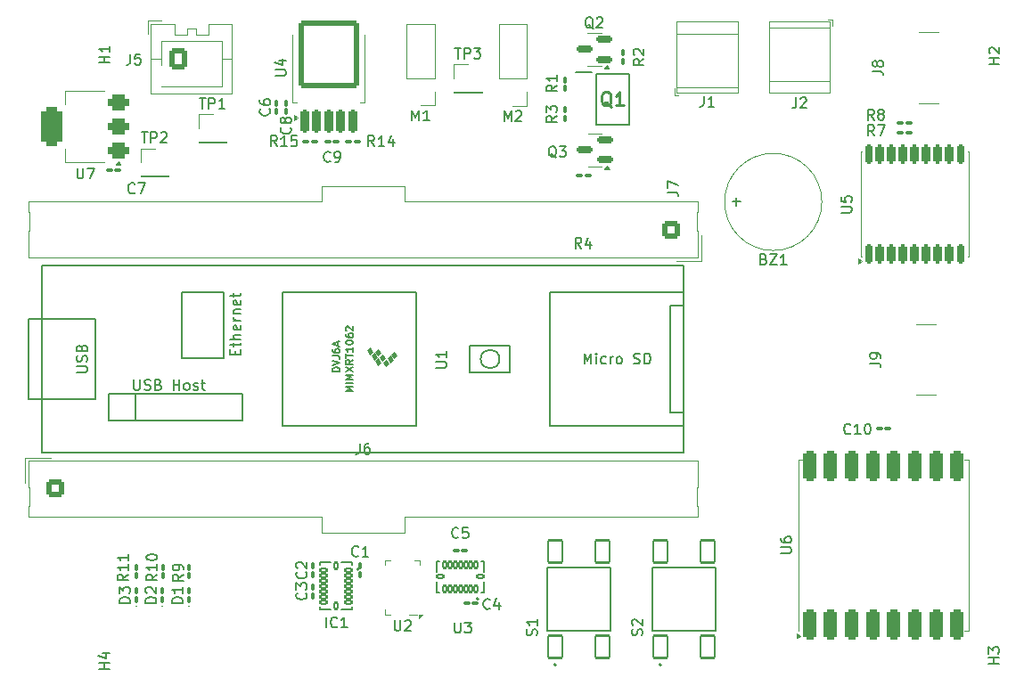
<source format=gto>
G04 #@! TF.GenerationSoftware,KiCad,Pcbnew,8.0.5*
G04 #@! TF.CreationDate,2025-03-10T17:55:26-07:00*
G04 #@! TF.ProjectId,flightcomputerv1,666c6967-6874-4636-9f6d-707574657276,rev?*
G04 #@! TF.SameCoordinates,Original*
G04 #@! TF.FileFunction,Legend,Top*
G04 #@! TF.FilePolarity,Positive*
%FSLAX46Y46*%
G04 Gerber Fmt 4.6, Leading zero omitted, Abs format (unit mm)*
G04 Created by KiCad (PCBNEW 8.0.5) date 2025-03-10 17:55:26*
%MOMM*%
%LPD*%
G01*
G04 APERTURE LIST*
G04 Aperture macros list*
%AMRoundRect*
0 Rectangle with rounded corners*
0 $1 Rounding radius*
0 $2 $3 $4 $5 $6 $7 $8 $9 X,Y pos of 4 corners*
0 Add a 4 corners polygon primitive as box body*
4,1,4,$2,$3,$4,$5,$6,$7,$8,$9,$2,$3,0*
0 Add four circle primitives for the rounded corners*
1,1,$1+$1,$2,$3*
1,1,$1+$1,$4,$5*
1,1,$1+$1,$6,$7*
1,1,$1+$1,$8,$9*
0 Add four rect primitives between the rounded corners*
20,1,$1+$1,$2,$3,$4,$5,0*
20,1,$1+$1,$4,$5,$6,$7,0*
20,1,$1+$1,$6,$7,$8,$9,0*
20,1,$1+$1,$8,$9,$2,$3,0*%
%AMFreePoly0*
4,1,25,-1.500000,1.420000,-1.360000,1.280000,-1.205000,1.155000,-1.035000,1.045000,-0.860000,0.950000,-0.675000,0.875000,-0.480000,0.820000,-0.280000,0.780000,-0.085000,0.765000,0.085000,0.765000,0.280000,0.780000,0.480000,0.820000,0.675000,0.875000,0.860000,0.950000,1.035000,1.045000,1.205000,1.155000,1.360000,1.280000,1.500000,1.420000,1.645000,1.595000,3.555000,1.595000,
3.555000,-0.755000,-3.555000,-0.755000,-3.555000,1.595000,-1.645000,1.595000,-1.500000,1.420000,-1.500000,1.420000,$1*%
G04 Aperture macros list end*
%ADD10C,0.150000*%
%ADD11C,0.254000*%
%ADD12C,0.127000*%
%ADD13C,0.200000*%
%ADD14C,0.120000*%
%ADD15C,0.100000*%
%ADD16RoundRect,0.102000X0.700000X-1.050000X0.700000X1.050000X-0.700000X1.050000X-0.700000X-1.050000X0*%
%ADD17R,1.700000X1.700000*%
%ADD18O,1.700000X1.700000*%
%ADD19R,0.950000X0.550000*%
%ADD20C,2.100000*%
%ADD21R,2.100000X2.100000*%
%ADD22RoundRect,0.100000X0.100000X-0.217500X0.100000X0.217500X-0.100000X0.217500X-0.100000X-0.217500X0*%
%ADD23C,3.800000*%
%ADD24R,1.600000X1.600000*%
%ADD25C,1.600000*%
%ADD26RoundRect,0.100000X-0.100000X0.217500X-0.100000X-0.217500X0.100000X-0.217500X0.100000X0.217500X0*%
%ADD27RoundRect,0.150000X0.587500X0.150000X-0.587500X0.150000X-0.587500X-0.150000X0.587500X-0.150000X0*%
%ADD28RoundRect,0.100000X-0.217500X-0.100000X0.217500X-0.100000X0.217500X0.100000X-0.217500X0.100000X0*%
%ADD29R,1.525000X0.700000*%
%ADD30RoundRect,0.317500X0.317500X-1.157500X0.317500X1.157500X-0.317500X1.157500X-0.317500X-1.157500X0*%
%ADD31RoundRect,0.102000X-0.295000X0.175000X-0.295000X-0.175000X0.295000X-0.175000X0.295000X0.175000X0*%
%ADD32RoundRect,0.102000X-0.175000X0.295000X-0.175000X-0.295000X0.175000X-0.295000X0.175000X0.295000X0*%
%ADD33R,1.300000X1.300000*%
%ADD34C,1.300000*%
%ADD35RoundRect,0.100000X0.217500X0.100000X-0.217500X0.100000X-0.217500X-0.100000X0.217500X-0.100000X0*%
%ADD36FreePoly0,90.000000*%
%ADD37FreePoly0,270.000000*%
%ADD38C,1.730000*%
%ADD39RoundRect,0.250000X0.620000X0.620000X-0.620000X0.620000X-0.620000X-0.620000X0.620000X-0.620000X0*%
%ADD40C,1.740000*%
%ADD41RoundRect,0.200000X0.200000X-0.900000X0.200000X0.900000X-0.200000X0.900000X-0.200000X-0.900000X0*%
%ADD42RoundRect,0.249997X2.650003X-2.950003X2.650003X2.950003X-2.650003X2.950003X-2.650003X-2.950003X0*%
%ADD43C,1.250000*%
%ADD44RoundRect,0.250000X-0.600000X-0.725000X0.600000X-0.725000X0.600000X0.725000X-0.600000X0.725000X0*%
%ADD45O,1.700000X1.950000*%
%ADD46RoundRect,0.102000X0.175000X0.295000X-0.175000X0.295000X-0.175000X-0.295000X0.175000X-0.295000X0*%
%ADD47RoundRect,0.102000X0.295000X0.175000X-0.295000X0.175000X-0.295000X-0.175000X0.295000X-0.175000X0*%
%ADD48RoundRect,0.175000X0.175000X-0.725000X0.175000X0.725000X-0.175000X0.725000X-0.175000X-0.725000X0*%
%ADD49RoundRect,0.200000X0.200000X-0.700000X0.200000X0.700000X-0.200000X0.700000X-0.200000X-0.700000X0*%
%ADD50RoundRect,0.375000X0.625000X0.375000X-0.625000X0.375000X-0.625000X-0.375000X0.625000X-0.375000X0*%
%ADD51RoundRect,0.500000X0.500000X1.400000X-0.500000X1.400000X-0.500000X-1.400000X0.500000X-1.400000X0*%
%ADD52RoundRect,0.250000X-0.620000X-0.620000X0.620000X-0.620000X0.620000X0.620000X-0.620000X0.620000X0*%
G04 APERTURE END LIST*
D10*
X108022200Y-118936904D02*
X108069819Y-118794047D01*
X108069819Y-118794047D02*
X108069819Y-118555952D01*
X108069819Y-118555952D02*
X108022200Y-118460714D01*
X108022200Y-118460714D02*
X107974580Y-118413095D01*
X107974580Y-118413095D02*
X107879342Y-118365476D01*
X107879342Y-118365476D02*
X107784104Y-118365476D01*
X107784104Y-118365476D02*
X107688866Y-118413095D01*
X107688866Y-118413095D02*
X107641247Y-118460714D01*
X107641247Y-118460714D02*
X107593628Y-118555952D01*
X107593628Y-118555952D02*
X107546009Y-118746428D01*
X107546009Y-118746428D02*
X107498390Y-118841666D01*
X107498390Y-118841666D02*
X107450771Y-118889285D01*
X107450771Y-118889285D02*
X107355533Y-118936904D01*
X107355533Y-118936904D02*
X107260295Y-118936904D01*
X107260295Y-118936904D02*
X107165057Y-118889285D01*
X107165057Y-118889285D02*
X107117438Y-118841666D01*
X107117438Y-118841666D02*
X107069819Y-118746428D01*
X107069819Y-118746428D02*
X107069819Y-118508333D01*
X107069819Y-118508333D02*
X107117438Y-118365476D01*
X107165057Y-117984523D02*
X107117438Y-117936904D01*
X107117438Y-117936904D02*
X107069819Y-117841666D01*
X107069819Y-117841666D02*
X107069819Y-117603571D01*
X107069819Y-117603571D02*
X107117438Y-117508333D01*
X107117438Y-117508333D02*
X107165057Y-117460714D01*
X107165057Y-117460714D02*
X107260295Y-117413095D01*
X107260295Y-117413095D02*
X107355533Y-117413095D01*
X107355533Y-117413095D02*
X107498390Y-117460714D01*
X107498390Y-117460714D02*
X108069819Y-118032142D01*
X108069819Y-118032142D02*
X108069819Y-117413095D01*
X98022200Y-118936904D02*
X98069819Y-118794047D01*
X98069819Y-118794047D02*
X98069819Y-118555952D01*
X98069819Y-118555952D02*
X98022200Y-118460714D01*
X98022200Y-118460714D02*
X97974580Y-118413095D01*
X97974580Y-118413095D02*
X97879342Y-118365476D01*
X97879342Y-118365476D02*
X97784104Y-118365476D01*
X97784104Y-118365476D02*
X97688866Y-118413095D01*
X97688866Y-118413095D02*
X97641247Y-118460714D01*
X97641247Y-118460714D02*
X97593628Y-118555952D01*
X97593628Y-118555952D02*
X97546009Y-118746428D01*
X97546009Y-118746428D02*
X97498390Y-118841666D01*
X97498390Y-118841666D02*
X97450771Y-118889285D01*
X97450771Y-118889285D02*
X97355533Y-118936904D01*
X97355533Y-118936904D02*
X97260295Y-118936904D01*
X97260295Y-118936904D02*
X97165057Y-118889285D01*
X97165057Y-118889285D02*
X97117438Y-118841666D01*
X97117438Y-118841666D02*
X97069819Y-118746428D01*
X97069819Y-118746428D02*
X97069819Y-118508333D01*
X97069819Y-118508333D02*
X97117438Y-118365476D01*
X98069819Y-117413095D02*
X98069819Y-117984523D01*
X98069819Y-117698809D02*
X97069819Y-117698809D01*
X97069819Y-117698809D02*
X97212676Y-117794047D01*
X97212676Y-117794047D02*
X97307914Y-117889285D01*
X97307914Y-117889285D02*
X97355533Y-117984523D01*
X90238095Y-63124819D02*
X90809523Y-63124819D01*
X90523809Y-64124819D02*
X90523809Y-63124819D01*
X91142857Y-64124819D02*
X91142857Y-63124819D01*
X91142857Y-63124819D02*
X91523809Y-63124819D01*
X91523809Y-63124819D02*
X91619047Y-63172438D01*
X91619047Y-63172438D02*
X91666666Y-63220057D01*
X91666666Y-63220057D02*
X91714285Y-63315295D01*
X91714285Y-63315295D02*
X91714285Y-63458152D01*
X91714285Y-63458152D02*
X91666666Y-63553390D01*
X91666666Y-63553390D02*
X91619047Y-63601009D01*
X91619047Y-63601009D02*
X91523809Y-63648628D01*
X91523809Y-63648628D02*
X91142857Y-63648628D01*
X92047619Y-63124819D02*
X92666666Y-63124819D01*
X92666666Y-63124819D02*
X92333333Y-63505771D01*
X92333333Y-63505771D02*
X92476190Y-63505771D01*
X92476190Y-63505771D02*
X92571428Y-63553390D01*
X92571428Y-63553390D02*
X92619047Y-63601009D01*
X92619047Y-63601009D02*
X92666666Y-63696247D01*
X92666666Y-63696247D02*
X92666666Y-63934342D01*
X92666666Y-63934342D02*
X92619047Y-64029580D01*
X92619047Y-64029580D02*
X92571428Y-64077200D01*
X92571428Y-64077200D02*
X92476190Y-64124819D01*
X92476190Y-64124819D02*
X92190476Y-64124819D01*
X92190476Y-64124819D02*
X92095238Y-64077200D01*
X92095238Y-64077200D02*
X92047619Y-64029580D01*
X60488095Y-71124819D02*
X61059523Y-71124819D01*
X60773809Y-72124819D02*
X60773809Y-71124819D01*
X61392857Y-72124819D02*
X61392857Y-71124819D01*
X61392857Y-71124819D02*
X61773809Y-71124819D01*
X61773809Y-71124819D02*
X61869047Y-71172438D01*
X61869047Y-71172438D02*
X61916666Y-71220057D01*
X61916666Y-71220057D02*
X61964285Y-71315295D01*
X61964285Y-71315295D02*
X61964285Y-71458152D01*
X61964285Y-71458152D02*
X61916666Y-71553390D01*
X61916666Y-71553390D02*
X61869047Y-71601009D01*
X61869047Y-71601009D02*
X61773809Y-71648628D01*
X61773809Y-71648628D02*
X61392857Y-71648628D01*
X62345238Y-71220057D02*
X62392857Y-71172438D01*
X62392857Y-71172438D02*
X62488095Y-71124819D01*
X62488095Y-71124819D02*
X62726190Y-71124819D01*
X62726190Y-71124819D02*
X62821428Y-71172438D01*
X62821428Y-71172438D02*
X62869047Y-71220057D01*
X62869047Y-71220057D02*
X62916666Y-71315295D01*
X62916666Y-71315295D02*
X62916666Y-71410533D01*
X62916666Y-71410533D02*
X62869047Y-71553390D01*
X62869047Y-71553390D02*
X62297619Y-72124819D01*
X62297619Y-72124819D02*
X62916666Y-72124819D01*
X65988095Y-67874819D02*
X66559523Y-67874819D01*
X66273809Y-68874819D02*
X66273809Y-67874819D01*
X66892857Y-68874819D02*
X66892857Y-67874819D01*
X66892857Y-67874819D02*
X67273809Y-67874819D01*
X67273809Y-67874819D02*
X67369047Y-67922438D01*
X67369047Y-67922438D02*
X67416666Y-67970057D01*
X67416666Y-67970057D02*
X67464285Y-68065295D01*
X67464285Y-68065295D02*
X67464285Y-68208152D01*
X67464285Y-68208152D02*
X67416666Y-68303390D01*
X67416666Y-68303390D02*
X67369047Y-68351009D01*
X67369047Y-68351009D02*
X67273809Y-68398628D01*
X67273809Y-68398628D02*
X66892857Y-68398628D01*
X68416666Y-68874819D02*
X67845238Y-68874819D01*
X68130952Y-68874819D02*
X68130952Y-67874819D01*
X68130952Y-67874819D02*
X68035714Y-68017676D01*
X68035714Y-68017676D02*
X67940476Y-68112914D01*
X67940476Y-68112914D02*
X67845238Y-68160533D01*
X94940476Y-70074819D02*
X94940476Y-69074819D01*
X94940476Y-69074819D02*
X95273809Y-69789104D01*
X95273809Y-69789104D02*
X95607142Y-69074819D01*
X95607142Y-69074819D02*
X95607142Y-70074819D01*
X96035714Y-69170057D02*
X96083333Y-69122438D01*
X96083333Y-69122438D02*
X96178571Y-69074819D01*
X96178571Y-69074819D02*
X96416666Y-69074819D01*
X96416666Y-69074819D02*
X96511904Y-69122438D01*
X96511904Y-69122438D02*
X96559523Y-69170057D01*
X96559523Y-69170057D02*
X96607142Y-69265295D01*
X96607142Y-69265295D02*
X96607142Y-69360533D01*
X96607142Y-69360533D02*
X96559523Y-69503390D01*
X96559523Y-69503390D02*
X95988095Y-70074819D01*
X95988095Y-70074819D02*
X96607142Y-70074819D01*
X86190476Y-70034819D02*
X86190476Y-69034819D01*
X86190476Y-69034819D02*
X86523809Y-69749104D01*
X86523809Y-69749104D02*
X86857142Y-69034819D01*
X86857142Y-69034819D02*
X86857142Y-70034819D01*
X87857142Y-70034819D02*
X87285714Y-70034819D01*
X87571428Y-70034819D02*
X87571428Y-69034819D01*
X87571428Y-69034819D02*
X87476190Y-69177676D01*
X87476190Y-69177676D02*
X87380952Y-69272914D01*
X87380952Y-69272914D02*
X87285714Y-69320533D01*
X84522685Y-117487750D02*
X84522685Y-118297273D01*
X84522685Y-118297273D02*
X84570304Y-118392511D01*
X84570304Y-118392511D02*
X84617923Y-118440131D01*
X84617923Y-118440131D02*
X84713161Y-118487750D01*
X84713161Y-118487750D02*
X84903637Y-118487750D01*
X84903637Y-118487750D02*
X84998875Y-118440131D01*
X84998875Y-118440131D02*
X85046494Y-118392511D01*
X85046494Y-118392511D02*
X85094113Y-118297273D01*
X85094113Y-118297273D02*
X85094113Y-117487750D01*
X85522685Y-117582988D02*
X85570304Y-117535369D01*
X85570304Y-117535369D02*
X85665542Y-117487750D01*
X85665542Y-117487750D02*
X85903637Y-117487750D01*
X85903637Y-117487750D02*
X85998875Y-117535369D01*
X85998875Y-117535369D02*
X86046494Y-117582988D01*
X86046494Y-117582988D02*
X86094113Y-117678226D01*
X86094113Y-117678226D02*
X86094113Y-117773464D01*
X86094113Y-117773464D02*
X86046494Y-117916321D01*
X86046494Y-117916321D02*
X85475066Y-118487750D01*
X85475066Y-118487750D02*
X86094113Y-118487750D01*
X113896666Y-67704819D02*
X113896666Y-68419104D01*
X113896666Y-68419104D02*
X113849047Y-68561961D01*
X113849047Y-68561961D02*
X113753809Y-68657200D01*
X113753809Y-68657200D02*
X113610952Y-68704819D01*
X113610952Y-68704819D02*
X113515714Y-68704819D01*
X114896666Y-68704819D02*
X114325238Y-68704819D01*
X114610952Y-68704819D02*
X114610952Y-67704819D01*
X114610952Y-67704819D02*
X114515714Y-67847676D01*
X114515714Y-67847676D02*
X114420476Y-67942914D01*
X114420476Y-67942914D02*
X114325238Y-67990533D01*
X74609580Y-70666666D02*
X74657200Y-70714285D01*
X74657200Y-70714285D02*
X74704819Y-70857142D01*
X74704819Y-70857142D02*
X74704819Y-70952380D01*
X74704819Y-70952380D02*
X74657200Y-71095237D01*
X74657200Y-71095237D02*
X74561961Y-71190475D01*
X74561961Y-71190475D02*
X74466723Y-71238094D01*
X74466723Y-71238094D02*
X74276247Y-71285713D01*
X74276247Y-71285713D02*
X74133390Y-71285713D01*
X74133390Y-71285713D02*
X73942914Y-71238094D01*
X73942914Y-71238094D02*
X73847676Y-71190475D01*
X73847676Y-71190475D02*
X73752438Y-71095237D01*
X73752438Y-71095237D02*
X73704819Y-70952380D01*
X73704819Y-70952380D02*
X73704819Y-70857142D01*
X73704819Y-70857142D02*
X73752438Y-70714285D01*
X73752438Y-70714285D02*
X73800057Y-70666666D01*
X74133390Y-70095237D02*
X74085771Y-70190475D01*
X74085771Y-70190475D02*
X74038152Y-70238094D01*
X74038152Y-70238094D02*
X73942914Y-70285713D01*
X73942914Y-70285713D02*
X73895295Y-70285713D01*
X73895295Y-70285713D02*
X73800057Y-70238094D01*
X73800057Y-70238094D02*
X73752438Y-70190475D01*
X73752438Y-70190475D02*
X73704819Y-70095237D01*
X73704819Y-70095237D02*
X73704819Y-69904761D01*
X73704819Y-69904761D02*
X73752438Y-69809523D01*
X73752438Y-69809523D02*
X73800057Y-69761904D01*
X73800057Y-69761904D02*
X73895295Y-69714285D01*
X73895295Y-69714285D02*
X73942914Y-69714285D01*
X73942914Y-69714285D02*
X74038152Y-69761904D01*
X74038152Y-69761904D02*
X74085771Y-69809523D01*
X74085771Y-69809523D02*
X74133390Y-69904761D01*
X74133390Y-69904761D02*
X74133390Y-70095237D01*
X74133390Y-70095237D02*
X74181009Y-70190475D01*
X74181009Y-70190475D02*
X74228628Y-70238094D01*
X74228628Y-70238094D02*
X74323866Y-70285713D01*
X74323866Y-70285713D02*
X74514342Y-70285713D01*
X74514342Y-70285713D02*
X74609580Y-70238094D01*
X74609580Y-70238094D02*
X74657200Y-70190475D01*
X74657200Y-70190475D02*
X74704819Y-70095237D01*
X74704819Y-70095237D02*
X74704819Y-69904761D01*
X74704819Y-69904761D02*
X74657200Y-69809523D01*
X74657200Y-69809523D02*
X74609580Y-69761904D01*
X74609580Y-69761904D02*
X74514342Y-69714285D01*
X74514342Y-69714285D02*
X74323866Y-69714285D01*
X74323866Y-69714285D02*
X74228628Y-69761904D01*
X74228628Y-69761904D02*
X74181009Y-69809523D01*
X74181009Y-69809523D02*
X74133390Y-69904761D01*
X141954819Y-121628973D02*
X140954819Y-121628973D01*
X141431009Y-121628973D02*
X141431009Y-121057545D01*
X141954819Y-121057545D02*
X140954819Y-121057545D01*
X140954819Y-120676592D02*
X140954819Y-120057545D01*
X140954819Y-120057545D02*
X141335771Y-120390878D01*
X141335771Y-120390878D02*
X141335771Y-120248021D01*
X141335771Y-120248021D02*
X141383390Y-120152783D01*
X141383390Y-120152783D02*
X141431009Y-120105164D01*
X141431009Y-120105164D02*
X141526247Y-120057545D01*
X141526247Y-120057545D02*
X141764342Y-120057545D01*
X141764342Y-120057545D02*
X141859580Y-120105164D01*
X141859580Y-120105164D02*
X141907200Y-120152783D01*
X141907200Y-120152783D02*
X141954819Y-120248021D01*
X141954819Y-120248021D02*
X141954819Y-120533735D01*
X141954819Y-120533735D02*
X141907200Y-120628973D01*
X141907200Y-120628973D02*
X141859580Y-120676592D01*
X119619047Y-83181009D02*
X119761904Y-83228628D01*
X119761904Y-83228628D02*
X119809523Y-83276247D01*
X119809523Y-83276247D02*
X119857142Y-83371485D01*
X119857142Y-83371485D02*
X119857142Y-83514342D01*
X119857142Y-83514342D02*
X119809523Y-83609580D01*
X119809523Y-83609580D02*
X119761904Y-83657200D01*
X119761904Y-83657200D02*
X119666666Y-83704819D01*
X119666666Y-83704819D02*
X119285714Y-83704819D01*
X119285714Y-83704819D02*
X119285714Y-82704819D01*
X119285714Y-82704819D02*
X119619047Y-82704819D01*
X119619047Y-82704819D02*
X119714285Y-82752438D01*
X119714285Y-82752438D02*
X119761904Y-82800057D01*
X119761904Y-82800057D02*
X119809523Y-82895295D01*
X119809523Y-82895295D02*
X119809523Y-82990533D01*
X119809523Y-82990533D02*
X119761904Y-83085771D01*
X119761904Y-83085771D02*
X119714285Y-83133390D01*
X119714285Y-83133390D02*
X119619047Y-83181009D01*
X119619047Y-83181009D02*
X119285714Y-83181009D01*
X120190476Y-82704819D02*
X120857142Y-82704819D01*
X120857142Y-82704819D02*
X120190476Y-83704819D01*
X120190476Y-83704819D02*
X120857142Y-83704819D01*
X121761904Y-83704819D02*
X121190476Y-83704819D01*
X121476190Y-83704819D02*
X121476190Y-82704819D01*
X121476190Y-82704819D02*
X121380952Y-82847676D01*
X121380952Y-82847676D02*
X121285714Y-82942914D01*
X121285714Y-82942914D02*
X121190476Y-82990533D01*
X116619048Y-77723866D02*
X117380953Y-77723866D01*
X117000000Y-78104819D02*
X117000000Y-77342914D01*
X57454819Y-64511904D02*
X56454819Y-64511904D01*
X56931009Y-64511904D02*
X56931009Y-63940476D01*
X57454819Y-63940476D02*
X56454819Y-63940476D01*
X57454819Y-62940476D02*
X57454819Y-63511904D01*
X57454819Y-63226190D02*
X56454819Y-63226190D01*
X56454819Y-63226190D02*
X56597676Y-63321428D01*
X56597676Y-63321428D02*
X56692914Y-63416666D01*
X56692914Y-63416666D02*
X56740533Y-63511904D01*
X61954819Y-113142857D02*
X61478628Y-113476190D01*
X61954819Y-113714285D02*
X60954819Y-113714285D01*
X60954819Y-113714285D02*
X60954819Y-113333333D01*
X60954819Y-113333333D02*
X61002438Y-113238095D01*
X61002438Y-113238095D02*
X61050057Y-113190476D01*
X61050057Y-113190476D02*
X61145295Y-113142857D01*
X61145295Y-113142857D02*
X61288152Y-113142857D01*
X61288152Y-113142857D02*
X61383390Y-113190476D01*
X61383390Y-113190476D02*
X61431009Y-113238095D01*
X61431009Y-113238095D02*
X61478628Y-113333333D01*
X61478628Y-113333333D02*
X61478628Y-113714285D01*
X61954819Y-112190476D02*
X61954819Y-112761904D01*
X61954819Y-112476190D02*
X60954819Y-112476190D01*
X60954819Y-112476190D02*
X61097676Y-112571428D01*
X61097676Y-112571428D02*
X61192914Y-112666666D01*
X61192914Y-112666666D02*
X61240533Y-112761904D01*
X60954819Y-111571428D02*
X60954819Y-111476190D01*
X60954819Y-111476190D02*
X61002438Y-111380952D01*
X61002438Y-111380952D02*
X61050057Y-111333333D01*
X61050057Y-111333333D02*
X61145295Y-111285714D01*
X61145295Y-111285714D02*
X61335771Y-111238095D01*
X61335771Y-111238095D02*
X61573866Y-111238095D01*
X61573866Y-111238095D02*
X61764342Y-111285714D01*
X61764342Y-111285714D02*
X61859580Y-111333333D01*
X61859580Y-111333333D02*
X61907200Y-111380952D01*
X61907200Y-111380952D02*
X61954819Y-111476190D01*
X61954819Y-111476190D02*
X61954819Y-111571428D01*
X61954819Y-111571428D02*
X61907200Y-111666666D01*
X61907200Y-111666666D02*
X61859580Y-111714285D01*
X61859580Y-111714285D02*
X61764342Y-111761904D01*
X61764342Y-111761904D02*
X61573866Y-111809523D01*
X61573866Y-111809523D02*
X61335771Y-111809523D01*
X61335771Y-111809523D02*
X61145295Y-111761904D01*
X61145295Y-111761904D02*
X61050057Y-111714285D01*
X61050057Y-111714285D02*
X61002438Y-111666666D01*
X61002438Y-111666666D02*
X60954819Y-111571428D01*
X103404761Y-61300057D02*
X103309523Y-61252438D01*
X103309523Y-61252438D02*
X103214285Y-61157200D01*
X103214285Y-61157200D02*
X103071428Y-61014342D01*
X103071428Y-61014342D02*
X102976190Y-60966723D01*
X102976190Y-60966723D02*
X102880952Y-60966723D01*
X102928571Y-61204819D02*
X102833333Y-61157200D01*
X102833333Y-61157200D02*
X102738095Y-61061961D01*
X102738095Y-61061961D02*
X102690476Y-60871485D01*
X102690476Y-60871485D02*
X102690476Y-60538152D01*
X102690476Y-60538152D02*
X102738095Y-60347676D01*
X102738095Y-60347676D02*
X102833333Y-60252438D01*
X102833333Y-60252438D02*
X102928571Y-60204819D01*
X102928571Y-60204819D02*
X103119047Y-60204819D01*
X103119047Y-60204819D02*
X103214285Y-60252438D01*
X103214285Y-60252438D02*
X103309523Y-60347676D01*
X103309523Y-60347676D02*
X103357142Y-60538152D01*
X103357142Y-60538152D02*
X103357142Y-60871485D01*
X103357142Y-60871485D02*
X103309523Y-61061961D01*
X103309523Y-61061961D02*
X103214285Y-61157200D01*
X103214285Y-61157200D02*
X103119047Y-61204819D01*
X103119047Y-61204819D02*
X102928571Y-61204819D01*
X103738095Y-60300057D02*
X103785714Y-60252438D01*
X103785714Y-60252438D02*
X103880952Y-60204819D01*
X103880952Y-60204819D02*
X104119047Y-60204819D01*
X104119047Y-60204819D02*
X104214285Y-60252438D01*
X104214285Y-60252438D02*
X104261904Y-60300057D01*
X104261904Y-60300057D02*
X104309523Y-60395295D01*
X104309523Y-60395295D02*
X104309523Y-60490533D01*
X104309523Y-60490533D02*
X104261904Y-60633390D01*
X104261904Y-60633390D02*
X103690476Y-61204819D01*
X103690476Y-61204819D02*
X104309523Y-61204819D01*
X73357142Y-72454819D02*
X73023809Y-71978628D01*
X72785714Y-72454819D02*
X72785714Y-71454819D01*
X72785714Y-71454819D02*
X73166666Y-71454819D01*
X73166666Y-71454819D02*
X73261904Y-71502438D01*
X73261904Y-71502438D02*
X73309523Y-71550057D01*
X73309523Y-71550057D02*
X73357142Y-71645295D01*
X73357142Y-71645295D02*
X73357142Y-71788152D01*
X73357142Y-71788152D02*
X73309523Y-71883390D01*
X73309523Y-71883390D02*
X73261904Y-71931009D01*
X73261904Y-71931009D02*
X73166666Y-71978628D01*
X73166666Y-71978628D02*
X72785714Y-71978628D01*
X74309523Y-72454819D02*
X73738095Y-72454819D01*
X74023809Y-72454819D02*
X74023809Y-71454819D01*
X74023809Y-71454819D02*
X73928571Y-71597676D01*
X73928571Y-71597676D02*
X73833333Y-71692914D01*
X73833333Y-71692914D02*
X73738095Y-71740533D01*
X75214285Y-71454819D02*
X74738095Y-71454819D01*
X74738095Y-71454819D02*
X74690476Y-71931009D01*
X74690476Y-71931009D02*
X74738095Y-71883390D01*
X74738095Y-71883390D02*
X74833333Y-71835771D01*
X74833333Y-71835771D02*
X75071428Y-71835771D01*
X75071428Y-71835771D02*
X75166666Y-71883390D01*
X75166666Y-71883390D02*
X75214285Y-71931009D01*
X75214285Y-71931009D02*
X75261904Y-72026247D01*
X75261904Y-72026247D02*
X75261904Y-72264342D01*
X75261904Y-72264342D02*
X75214285Y-72359580D01*
X75214285Y-72359580D02*
X75166666Y-72407200D01*
X75166666Y-72407200D02*
X75071428Y-72454819D01*
X75071428Y-72454819D02*
X74833333Y-72454819D01*
X74833333Y-72454819D02*
X74738095Y-72407200D01*
X74738095Y-72407200D02*
X74690476Y-72359580D01*
D11*
X105129047Y-68695270D02*
X105008095Y-68634794D01*
X105008095Y-68634794D02*
X104887142Y-68513842D01*
X104887142Y-68513842D02*
X104705714Y-68332413D01*
X104705714Y-68332413D02*
X104584761Y-68271937D01*
X104584761Y-68271937D02*
X104463809Y-68271937D01*
X104524285Y-68574318D02*
X104403333Y-68513842D01*
X104403333Y-68513842D02*
X104282380Y-68392889D01*
X104282380Y-68392889D02*
X104221904Y-68150984D01*
X104221904Y-68150984D02*
X104221904Y-67727651D01*
X104221904Y-67727651D02*
X104282380Y-67485746D01*
X104282380Y-67485746D02*
X104403333Y-67364794D01*
X104403333Y-67364794D02*
X104524285Y-67304318D01*
X104524285Y-67304318D02*
X104766190Y-67304318D01*
X104766190Y-67304318D02*
X104887142Y-67364794D01*
X104887142Y-67364794D02*
X105008095Y-67485746D01*
X105008095Y-67485746D02*
X105068571Y-67727651D01*
X105068571Y-67727651D02*
X105068571Y-68150984D01*
X105068571Y-68150984D02*
X105008095Y-68392889D01*
X105008095Y-68392889D02*
X104887142Y-68513842D01*
X104887142Y-68513842D02*
X104766190Y-68574318D01*
X104766190Y-68574318D02*
X104524285Y-68574318D01*
X106278095Y-68574318D02*
X105552380Y-68574318D01*
X105915237Y-68574318D02*
X105915237Y-67304318D01*
X105915237Y-67304318D02*
X105794285Y-67485746D01*
X105794285Y-67485746D02*
X105673333Y-67606699D01*
X105673333Y-67606699D02*
X105552380Y-67667175D01*
D10*
X59204819Y-113142857D02*
X58728628Y-113476190D01*
X59204819Y-113714285D02*
X58204819Y-113714285D01*
X58204819Y-113714285D02*
X58204819Y-113333333D01*
X58204819Y-113333333D02*
X58252438Y-113238095D01*
X58252438Y-113238095D02*
X58300057Y-113190476D01*
X58300057Y-113190476D02*
X58395295Y-113142857D01*
X58395295Y-113142857D02*
X58538152Y-113142857D01*
X58538152Y-113142857D02*
X58633390Y-113190476D01*
X58633390Y-113190476D02*
X58681009Y-113238095D01*
X58681009Y-113238095D02*
X58728628Y-113333333D01*
X58728628Y-113333333D02*
X58728628Y-113714285D01*
X59204819Y-112190476D02*
X59204819Y-112761904D01*
X59204819Y-112476190D02*
X58204819Y-112476190D01*
X58204819Y-112476190D02*
X58347676Y-112571428D01*
X58347676Y-112571428D02*
X58442914Y-112666666D01*
X58442914Y-112666666D02*
X58490533Y-112761904D01*
X59204819Y-111238095D02*
X59204819Y-111809523D01*
X59204819Y-111523809D02*
X58204819Y-111523809D01*
X58204819Y-111523809D02*
X58347676Y-111619047D01*
X58347676Y-111619047D02*
X58442914Y-111714285D01*
X58442914Y-111714285D02*
X58490533Y-111809523D01*
X93583333Y-116359580D02*
X93535714Y-116407200D01*
X93535714Y-116407200D02*
X93392857Y-116454819D01*
X93392857Y-116454819D02*
X93297619Y-116454819D01*
X93297619Y-116454819D02*
X93154762Y-116407200D01*
X93154762Y-116407200D02*
X93059524Y-116311961D01*
X93059524Y-116311961D02*
X93011905Y-116216723D01*
X93011905Y-116216723D02*
X92964286Y-116026247D01*
X92964286Y-116026247D02*
X92964286Y-115883390D01*
X92964286Y-115883390D02*
X93011905Y-115692914D01*
X93011905Y-115692914D02*
X93059524Y-115597676D01*
X93059524Y-115597676D02*
X93154762Y-115502438D01*
X93154762Y-115502438D02*
X93297619Y-115454819D01*
X93297619Y-115454819D02*
X93392857Y-115454819D01*
X93392857Y-115454819D02*
X93535714Y-115502438D01*
X93535714Y-115502438D02*
X93583333Y-115550057D01*
X94440476Y-115788152D02*
X94440476Y-116454819D01*
X94202381Y-115407200D02*
X93964286Y-116121485D01*
X93964286Y-116121485D02*
X94583333Y-116121485D01*
X121204819Y-111144835D02*
X122014342Y-111144835D01*
X122014342Y-111144835D02*
X122109580Y-111097216D01*
X122109580Y-111097216D02*
X122157200Y-111049597D01*
X122157200Y-111049597D02*
X122204819Y-110954359D01*
X122204819Y-110954359D02*
X122204819Y-110763883D01*
X122204819Y-110763883D02*
X122157200Y-110668645D01*
X122157200Y-110668645D02*
X122109580Y-110621026D01*
X122109580Y-110621026D02*
X122014342Y-110573407D01*
X122014342Y-110573407D02*
X121204819Y-110573407D01*
X121204819Y-109668645D02*
X121204819Y-109859121D01*
X121204819Y-109859121D02*
X121252438Y-109954359D01*
X121252438Y-109954359D02*
X121300057Y-110001978D01*
X121300057Y-110001978D02*
X121442914Y-110097216D01*
X121442914Y-110097216D02*
X121633390Y-110144835D01*
X121633390Y-110144835D02*
X122014342Y-110144835D01*
X122014342Y-110144835D02*
X122109580Y-110097216D01*
X122109580Y-110097216D02*
X122157200Y-110049597D01*
X122157200Y-110049597D02*
X122204819Y-109954359D01*
X122204819Y-109954359D02*
X122204819Y-109763883D01*
X122204819Y-109763883D02*
X122157200Y-109668645D01*
X122157200Y-109668645D02*
X122109580Y-109621026D01*
X122109580Y-109621026D02*
X122014342Y-109573407D01*
X122014342Y-109573407D02*
X121776247Y-109573407D01*
X121776247Y-109573407D02*
X121681009Y-109621026D01*
X121681009Y-109621026D02*
X121633390Y-109668645D01*
X121633390Y-109668645D02*
X121585771Y-109763883D01*
X121585771Y-109763883D02*
X121585771Y-109954359D01*
X121585771Y-109954359D02*
X121633390Y-110049597D01*
X121633390Y-110049597D02*
X121681009Y-110097216D01*
X121681009Y-110097216D02*
X121776247Y-110144835D01*
X59833333Y-76859580D02*
X59785714Y-76907200D01*
X59785714Y-76907200D02*
X59642857Y-76954819D01*
X59642857Y-76954819D02*
X59547619Y-76954819D01*
X59547619Y-76954819D02*
X59404762Y-76907200D01*
X59404762Y-76907200D02*
X59309524Y-76811961D01*
X59309524Y-76811961D02*
X59261905Y-76716723D01*
X59261905Y-76716723D02*
X59214286Y-76526247D01*
X59214286Y-76526247D02*
X59214286Y-76383390D01*
X59214286Y-76383390D02*
X59261905Y-76192914D01*
X59261905Y-76192914D02*
X59309524Y-76097676D01*
X59309524Y-76097676D02*
X59404762Y-76002438D01*
X59404762Y-76002438D02*
X59547619Y-75954819D01*
X59547619Y-75954819D02*
X59642857Y-75954819D01*
X59642857Y-75954819D02*
X59785714Y-76002438D01*
X59785714Y-76002438D02*
X59833333Y-76050057D01*
X60166667Y-75954819D02*
X60833333Y-75954819D01*
X60833333Y-75954819D02*
X60404762Y-76954819D01*
X72609580Y-68916666D02*
X72657200Y-68964285D01*
X72657200Y-68964285D02*
X72704819Y-69107142D01*
X72704819Y-69107142D02*
X72704819Y-69202380D01*
X72704819Y-69202380D02*
X72657200Y-69345237D01*
X72657200Y-69345237D02*
X72561961Y-69440475D01*
X72561961Y-69440475D02*
X72466723Y-69488094D01*
X72466723Y-69488094D02*
X72276247Y-69535713D01*
X72276247Y-69535713D02*
X72133390Y-69535713D01*
X72133390Y-69535713D02*
X71942914Y-69488094D01*
X71942914Y-69488094D02*
X71847676Y-69440475D01*
X71847676Y-69440475D02*
X71752438Y-69345237D01*
X71752438Y-69345237D02*
X71704819Y-69202380D01*
X71704819Y-69202380D02*
X71704819Y-69107142D01*
X71704819Y-69107142D02*
X71752438Y-68964285D01*
X71752438Y-68964285D02*
X71800057Y-68916666D01*
X71704819Y-68059523D02*
X71704819Y-68249999D01*
X71704819Y-68249999D02*
X71752438Y-68345237D01*
X71752438Y-68345237D02*
X71800057Y-68392856D01*
X71800057Y-68392856D02*
X71942914Y-68488094D01*
X71942914Y-68488094D02*
X72133390Y-68535713D01*
X72133390Y-68535713D02*
X72514342Y-68535713D01*
X72514342Y-68535713D02*
X72609580Y-68488094D01*
X72609580Y-68488094D02*
X72657200Y-68440475D01*
X72657200Y-68440475D02*
X72704819Y-68345237D01*
X72704819Y-68345237D02*
X72704819Y-68154761D01*
X72704819Y-68154761D02*
X72657200Y-68059523D01*
X72657200Y-68059523D02*
X72609580Y-68011904D01*
X72609580Y-68011904D02*
X72514342Y-67964285D01*
X72514342Y-67964285D02*
X72276247Y-67964285D01*
X72276247Y-67964285D02*
X72181009Y-68011904D01*
X72181009Y-68011904D02*
X72133390Y-68059523D01*
X72133390Y-68059523D02*
X72085771Y-68154761D01*
X72085771Y-68154761D02*
X72085771Y-68345237D01*
X72085771Y-68345237D02*
X72133390Y-68440475D01*
X72133390Y-68440475D02*
X72181009Y-68488094D01*
X72181009Y-68488094D02*
X72276247Y-68535713D01*
X78023810Y-118204819D02*
X78023810Y-117204819D01*
X79071428Y-118109580D02*
X79023809Y-118157200D01*
X79023809Y-118157200D02*
X78880952Y-118204819D01*
X78880952Y-118204819D02*
X78785714Y-118204819D01*
X78785714Y-118204819D02*
X78642857Y-118157200D01*
X78642857Y-118157200D02*
X78547619Y-118061961D01*
X78547619Y-118061961D02*
X78500000Y-117966723D01*
X78500000Y-117966723D02*
X78452381Y-117776247D01*
X78452381Y-117776247D02*
X78452381Y-117633390D01*
X78452381Y-117633390D02*
X78500000Y-117442914D01*
X78500000Y-117442914D02*
X78547619Y-117347676D01*
X78547619Y-117347676D02*
X78642857Y-117252438D01*
X78642857Y-117252438D02*
X78785714Y-117204819D01*
X78785714Y-117204819D02*
X78880952Y-117204819D01*
X78880952Y-117204819D02*
X79023809Y-117252438D01*
X79023809Y-117252438D02*
X79071428Y-117300057D01*
X80023809Y-118204819D02*
X79452381Y-118204819D01*
X79738095Y-118204819D02*
X79738095Y-117204819D01*
X79738095Y-117204819D02*
X79642857Y-117347676D01*
X79642857Y-117347676D02*
X79547619Y-117442914D01*
X79547619Y-117442914D02*
X79452381Y-117490533D01*
X61884819Y-115866844D02*
X60884819Y-115866844D01*
X60884819Y-115866844D02*
X60884819Y-115628749D01*
X60884819Y-115628749D02*
X60932438Y-115485892D01*
X60932438Y-115485892D02*
X61027676Y-115390654D01*
X61027676Y-115390654D02*
X61122914Y-115343035D01*
X61122914Y-115343035D02*
X61313390Y-115295416D01*
X61313390Y-115295416D02*
X61456247Y-115295416D01*
X61456247Y-115295416D02*
X61646723Y-115343035D01*
X61646723Y-115343035D02*
X61741961Y-115390654D01*
X61741961Y-115390654D02*
X61837200Y-115485892D01*
X61837200Y-115485892D02*
X61884819Y-115628749D01*
X61884819Y-115628749D02*
X61884819Y-115866844D01*
X60980057Y-114914463D02*
X60932438Y-114866844D01*
X60932438Y-114866844D02*
X60884819Y-114771606D01*
X60884819Y-114771606D02*
X60884819Y-114533511D01*
X60884819Y-114533511D02*
X60932438Y-114438273D01*
X60932438Y-114438273D02*
X60980057Y-114390654D01*
X60980057Y-114390654D02*
X61075295Y-114343035D01*
X61075295Y-114343035D02*
X61170533Y-114343035D01*
X61170533Y-114343035D02*
X61313390Y-114390654D01*
X61313390Y-114390654D02*
X61884819Y-114962082D01*
X61884819Y-114962082D02*
X61884819Y-114343035D01*
X108204819Y-64166666D02*
X107728628Y-64499999D01*
X108204819Y-64738094D02*
X107204819Y-64738094D01*
X107204819Y-64738094D02*
X107204819Y-64357142D01*
X107204819Y-64357142D02*
X107252438Y-64261904D01*
X107252438Y-64261904D02*
X107300057Y-64214285D01*
X107300057Y-64214285D02*
X107395295Y-64166666D01*
X107395295Y-64166666D02*
X107538152Y-64166666D01*
X107538152Y-64166666D02*
X107633390Y-64214285D01*
X107633390Y-64214285D02*
X107681009Y-64261904D01*
X107681009Y-64261904D02*
X107728628Y-64357142D01*
X107728628Y-64357142D02*
X107728628Y-64738094D01*
X107300057Y-63785713D02*
X107252438Y-63738094D01*
X107252438Y-63738094D02*
X107204819Y-63642856D01*
X107204819Y-63642856D02*
X107204819Y-63404761D01*
X107204819Y-63404761D02*
X107252438Y-63309523D01*
X107252438Y-63309523D02*
X107300057Y-63261904D01*
X107300057Y-63261904D02*
X107395295Y-63214285D01*
X107395295Y-63214285D02*
X107490533Y-63214285D01*
X107490533Y-63214285D02*
X107633390Y-63261904D01*
X107633390Y-63261904D02*
X108204819Y-63833332D01*
X108204819Y-63833332D02*
X108204819Y-63214285D01*
X88454819Y-93511904D02*
X89264342Y-93511904D01*
X89264342Y-93511904D02*
X89359580Y-93464285D01*
X89359580Y-93464285D02*
X89407200Y-93416666D01*
X89407200Y-93416666D02*
X89454819Y-93321428D01*
X89454819Y-93321428D02*
X89454819Y-93130952D01*
X89454819Y-93130952D02*
X89407200Y-93035714D01*
X89407200Y-93035714D02*
X89359580Y-92988095D01*
X89359580Y-92988095D02*
X89264342Y-92940476D01*
X89264342Y-92940476D02*
X88454819Y-92940476D01*
X89454819Y-91940476D02*
X89454819Y-92511904D01*
X89454819Y-92226190D02*
X88454819Y-92226190D01*
X88454819Y-92226190D02*
X88597676Y-92321428D01*
X88597676Y-92321428D02*
X88692914Y-92416666D01*
X88692914Y-92416666D02*
X88740533Y-92511904D01*
X80580623Y-95766264D02*
X79880623Y-95766264D01*
X79880623Y-95766264D02*
X80380623Y-95532931D01*
X80380623Y-95532931D02*
X79880623Y-95299597D01*
X79880623Y-95299597D02*
X80580623Y-95299597D01*
X80580623Y-94966264D02*
X79880623Y-94966264D01*
X80580623Y-94632931D02*
X79880623Y-94632931D01*
X79880623Y-94632931D02*
X80380623Y-94399598D01*
X80380623Y-94399598D02*
X79880623Y-94166264D01*
X79880623Y-94166264D02*
X80580623Y-94166264D01*
X79880623Y-93899598D02*
X80580623Y-93432931D01*
X79880623Y-93432931D02*
X80580623Y-93899598D01*
X80580623Y-92766264D02*
X80247290Y-92999597D01*
X80580623Y-93166264D02*
X79880623Y-93166264D01*
X79880623Y-93166264D02*
X79880623Y-92899597D01*
X79880623Y-92899597D02*
X79913956Y-92832931D01*
X79913956Y-92832931D02*
X79947290Y-92799597D01*
X79947290Y-92799597D02*
X80013956Y-92766264D01*
X80013956Y-92766264D02*
X80113956Y-92766264D01*
X80113956Y-92766264D02*
X80180623Y-92799597D01*
X80180623Y-92799597D02*
X80213956Y-92832931D01*
X80213956Y-92832931D02*
X80247290Y-92899597D01*
X80247290Y-92899597D02*
X80247290Y-93166264D01*
X79880623Y-92566264D02*
X79880623Y-92166264D01*
X80580623Y-92366264D02*
X79880623Y-92366264D01*
X80580623Y-91566264D02*
X80580623Y-91966264D01*
X80580623Y-91766264D02*
X79880623Y-91766264D01*
X79880623Y-91766264D02*
X79980623Y-91832931D01*
X79980623Y-91832931D02*
X80047290Y-91899598D01*
X80047290Y-91899598D02*
X80080623Y-91966264D01*
X79880623Y-91132931D02*
X79880623Y-91066264D01*
X79880623Y-91066264D02*
X79913956Y-90999597D01*
X79913956Y-90999597D02*
X79947290Y-90966264D01*
X79947290Y-90966264D02*
X80013956Y-90932931D01*
X80013956Y-90932931D02*
X80147290Y-90899597D01*
X80147290Y-90899597D02*
X80313956Y-90899597D01*
X80313956Y-90899597D02*
X80447290Y-90932931D01*
X80447290Y-90932931D02*
X80513956Y-90966264D01*
X80513956Y-90966264D02*
X80547290Y-90999597D01*
X80547290Y-90999597D02*
X80580623Y-91066264D01*
X80580623Y-91066264D02*
X80580623Y-91132931D01*
X80580623Y-91132931D02*
X80547290Y-91199597D01*
X80547290Y-91199597D02*
X80513956Y-91232931D01*
X80513956Y-91232931D02*
X80447290Y-91266264D01*
X80447290Y-91266264D02*
X80313956Y-91299597D01*
X80313956Y-91299597D02*
X80147290Y-91299597D01*
X80147290Y-91299597D02*
X80013956Y-91266264D01*
X80013956Y-91266264D02*
X79947290Y-91232931D01*
X79947290Y-91232931D02*
X79913956Y-91199597D01*
X79913956Y-91199597D02*
X79880623Y-91132931D01*
X79880623Y-90299597D02*
X79880623Y-90432930D01*
X79880623Y-90432930D02*
X79913956Y-90499597D01*
X79913956Y-90499597D02*
X79947290Y-90532930D01*
X79947290Y-90532930D02*
X80047290Y-90599597D01*
X80047290Y-90599597D02*
X80180623Y-90632930D01*
X80180623Y-90632930D02*
X80447290Y-90632930D01*
X80447290Y-90632930D02*
X80513956Y-90599597D01*
X80513956Y-90599597D02*
X80547290Y-90566264D01*
X80547290Y-90566264D02*
X80580623Y-90499597D01*
X80580623Y-90499597D02*
X80580623Y-90366264D01*
X80580623Y-90366264D02*
X80547290Y-90299597D01*
X80547290Y-90299597D02*
X80513956Y-90266264D01*
X80513956Y-90266264D02*
X80447290Y-90232930D01*
X80447290Y-90232930D02*
X80280623Y-90232930D01*
X80280623Y-90232930D02*
X80213956Y-90266264D01*
X80213956Y-90266264D02*
X80180623Y-90299597D01*
X80180623Y-90299597D02*
X80147290Y-90366264D01*
X80147290Y-90366264D02*
X80147290Y-90499597D01*
X80147290Y-90499597D02*
X80180623Y-90566264D01*
X80180623Y-90566264D02*
X80213956Y-90599597D01*
X80213956Y-90599597D02*
X80280623Y-90632930D01*
X79947290Y-89966263D02*
X79913956Y-89932930D01*
X79913956Y-89932930D02*
X79880623Y-89866263D01*
X79880623Y-89866263D02*
X79880623Y-89699597D01*
X79880623Y-89699597D02*
X79913956Y-89632930D01*
X79913956Y-89632930D02*
X79947290Y-89599597D01*
X79947290Y-89599597D02*
X80013956Y-89566263D01*
X80013956Y-89566263D02*
X80080623Y-89566263D01*
X80080623Y-89566263D02*
X80180623Y-89599597D01*
X80180623Y-89599597D02*
X80580623Y-89999597D01*
X80580623Y-89999597D02*
X80580623Y-89566263D01*
X54319409Y-93944835D02*
X55128932Y-93944835D01*
X55128932Y-93944835D02*
X55224170Y-93897216D01*
X55224170Y-93897216D02*
X55271790Y-93849597D01*
X55271790Y-93849597D02*
X55319409Y-93754359D01*
X55319409Y-93754359D02*
X55319409Y-93563883D01*
X55319409Y-93563883D02*
X55271790Y-93468645D01*
X55271790Y-93468645D02*
X55224170Y-93421026D01*
X55224170Y-93421026D02*
X55128932Y-93373407D01*
X55128932Y-93373407D02*
X54319409Y-93373407D01*
X55271790Y-92944835D02*
X55319409Y-92801978D01*
X55319409Y-92801978D02*
X55319409Y-92563883D01*
X55319409Y-92563883D02*
X55271790Y-92468645D01*
X55271790Y-92468645D02*
X55224170Y-92421026D01*
X55224170Y-92421026D02*
X55128932Y-92373407D01*
X55128932Y-92373407D02*
X55033694Y-92373407D01*
X55033694Y-92373407D02*
X54938456Y-92421026D01*
X54938456Y-92421026D02*
X54890837Y-92468645D01*
X54890837Y-92468645D02*
X54843218Y-92563883D01*
X54843218Y-92563883D02*
X54795599Y-92754359D01*
X54795599Y-92754359D02*
X54747980Y-92849597D01*
X54747980Y-92849597D02*
X54700361Y-92897216D01*
X54700361Y-92897216D02*
X54605123Y-92944835D01*
X54605123Y-92944835D02*
X54509885Y-92944835D01*
X54509885Y-92944835D02*
X54414647Y-92897216D01*
X54414647Y-92897216D02*
X54367028Y-92849597D01*
X54367028Y-92849597D02*
X54319409Y-92754359D01*
X54319409Y-92754359D02*
X54319409Y-92516264D01*
X54319409Y-92516264D02*
X54367028Y-92373407D01*
X54795599Y-91611502D02*
X54843218Y-91468645D01*
X54843218Y-91468645D02*
X54890837Y-91421026D01*
X54890837Y-91421026D02*
X54986075Y-91373407D01*
X54986075Y-91373407D02*
X55128932Y-91373407D01*
X55128932Y-91373407D02*
X55224170Y-91421026D01*
X55224170Y-91421026D02*
X55271790Y-91468645D01*
X55271790Y-91468645D02*
X55319409Y-91563883D01*
X55319409Y-91563883D02*
X55319409Y-91944835D01*
X55319409Y-91944835D02*
X54319409Y-91944835D01*
X54319409Y-91944835D02*
X54319409Y-91611502D01*
X54319409Y-91611502D02*
X54367028Y-91516264D01*
X54367028Y-91516264D02*
X54414647Y-91468645D01*
X54414647Y-91468645D02*
X54509885Y-91421026D01*
X54509885Y-91421026D02*
X54605123Y-91421026D01*
X54605123Y-91421026D02*
X54700361Y-91468645D01*
X54700361Y-91468645D02*
X54747980Y-91516264D01*
X54747980Y-91516264D02*
X54795599Y-91611502D01*
X54795599Y-91611502D02*
X54795599Y-91944835D01*
X59759266Y-94626950D02*
X59759266Y-95436473D01*
X59759266Y-95436473D02*
X59806885Y-95531711D01*
X59806885Y-95531711D02*
X59854504Y-95579331D01*
X59854504Y-95579331D02*
X59949742Y-95626950D01*
X59949742Y-95626950D02*
X60140218Y-95626950D01*
X60140218Y-95626950D02*
X60235456Y-95579331D01*
X60235456Y-95579331D02*
X60283075Y-95531711D01*
X60283075Y-95531711D02*
X60330694Y-95436473D01*
X60330694Y-95436473D02*
X60330694Y-94626950D01*
X60759266Y-95579331D02*
X60902123Y-95626950D01*
X60902123Y-95626950D02*
X61140218Y-95626950D01*
X61140218Y-95626950D02*
X61235456Y-95579331D01*
X61235456Y-95579331D02*
X61283075Y-95531711D01*
X61283075Y-95531711D02*
X61330694Y-95436473D01*
X61330694Y-95436473D02*
X61330694Y-95341235D01*
X61330694Y-95341235D02*
X61283075Y-95245997D01*
X61283075Y-95245997D02*
X61235456Y-95198378D01*
X61235456Y-95198378D02*
X61140218Y-95150759D01*
X61140218Y-95150759D02*
X60949742Y-95103140D01*
X60949742Y-95103140D02*
X60854504Y-95055521D01*
X60854504Y-95055521D02*
X60806885Y-95007902D01*
X60806885Y-95007902D02*
X60759266Y-94912664D01*
X60759266Y-94912664D02*
X60759266Y-94817426D01*
X60759266Y-94817426D02*
X60806885Y-94722188D01*
X60806885Y-94722188D02*
X60854504Y-94674569D01*
X60854504Y-94674569D02*
X60949742Y-94626950D01*
X60949742Y-94626950D02*
X61187837Y-94626950D01*
X61187837Y-94626950D02*
X61330694Y-94674569D01*
X62092599Y-95103140D02*
X62235456Y-95150759D01*
X62235456Y-95150759D02*
X62283075Y-95198378D01*
X62283075Y-95198378D02*
X62330694Y-95293616D01*
X62330694Y-95293616D02*
X62330694Y-95436473D01*
X62330694Y-95436473D02*
X62283075Y-95531711D01*
X62283075Y-95531711D02*
X62235456Y-95579331D01*
X62235456Y-95579331D02*
X62140218Y-95626950D01*
X62140218Y-95626950D02*
X61759266Y-95626950D01*
X61759266Y-95626950D02*
X61759266Y-94626950D01*
X61759266Y-94626950D02*
X62092599Y-94626950D01*
X62092599Y-94626950D02*
X62187837Y-94674569D01*
X62187837Y-94674569D02*
X62235456Y-94722188D01*
X62235456Y-94722188D02*
X62283075Y-94817426D01*
X62283075Y-94817426D02*
X62283075Y-94912664D01*
X62283075Y-94912664D02*
X62235456Y-95007902D01*
X62235456Y-95007902D02*
X62187837Y-95055521D01*
X62187837Y-95055521D02*
X62092599Y-95103140D01*
X62092599Y-95103140D02*
X61759266Y-95103140D01*
X63521171Y-95626950D02*
X63521171Y-94626950D01*
X63521171Y-95103140D02*
X64092599Y-95103140D01*
X64092599Y-95626950D02*
X64092599Y-94626950D01*
X64711647Y-95626950D02*
X64616409Y-95579331D01*
X64616409Y-95579331D02*
X64568790Y-95531711D01*
X64568790Y-95531711D02*
X64521171Y-95436473D01*
X64521171Y-95436473D02*
X64521171Y-95150759D01*
X64521171Y-95150759D02*
X64568790Y-95055521D01*
X64568790Y-95055521D02*
X64616409Y-95007902D01*
X64616409Y-95007902D02*
X64711647Y-94960283D01*
X64711647Y-94960283D02*
X64854504Y-94960283D01*
X64854504Y-94960283D02*
X64949742Y-95007902D01*
X64949742Y-95007902D02*
X64997361Y-95055521D01*
X64997361Y-95055521D02*
X65044980Y-95150759D01*
X65044980Y-95150759D02*
X65044980Y-95436473D01*
X65044980Y-95436473D02*
X64997361Y-95531711D01*
X64997361Y-95531711D02*
X64949742Y-95579331D01*
X64949742Y-95579331D02*
X64854504Y-95626950D01*
X64854504Y-95626950D02*
X64711647Y-95626950D01*
X65425933Y-95579331D02*
X65521171Y-95626950D01*
X65521171Y-95626950D02*
X65711647Y-95626950D01*
X65711647Y-95626950D02*
X65806885Y-95579331D01*
X65806885Y-95579331D02*
X65854504Y-95484092D01*
X65854504Y-95484092D02*
X65854504Y-95436473D01*
X65854504Y-95436473D02*
X65806885Y-95341235D01*
X65806885Y-95341235D02*
X65711647Y-95293616D01*
X65711647Y-95293616D02*
X65568790Y-95293616D01*
X65568790Y-95293616D02*
X65473552Y-95245997D01*
X65473552Y-95245997D02*
X65425933Y-95150759D01*
X65425933Y-95150759D02*
X65425933Y-95103140D01*
X65425933Y-95103140D02*
X65473552Y-95007902D01*
X65473552Y-95007902D02*
X65568790Y-94960283D01*
X65568790Y-94960283D02*
X65711647Y-94960283D01*
X65711647Y-94960283D02*
X65806885Y-95007902D01*
X66140219Y-94960283D02*
X66521171Y-94960283D01*
X66283076Y-94626950D02*
X66283076Y-95484092D01*
X66283076Y-95484092D02*
X66330695Y-95579331D01*
X66330695Y-95579331D02*
X66425933Y-95626950D01*
X66425933Y-95626950D02*
X66521171Y-95626950D01*
X102545542Y-93137750D02*
X102545542Y-92137750D01*
X102545542Y-92137750D02*
X102878875Y-92852035D01*
X102878875Y-92852035D02*
X103212208Y-92137750D01*
X103212208Y-92137750D02*
X103212208Y-93137750D01*
X103688399Y-93137750D02*
X103688399Y-92471083D01*
X103688399Y-92137750D02*
X103640780Y-92185369D01*
X103640780Y-92185369D02*
X103688399Y-92232988D01*
X103688399Y-92232988D02*
X103736018Y-92185369D01*
X103736018Y-92185369D02*
X103688399Y-92137750D01*
X103688399Y-92137750D02*
X103688399Y-92232988D01*
X104593160Y-93090131D02*
X104497922Y-93137750D01*
X104497922Y-93137750D02*
X104307446Y-93137750D01*
X104307446Y-93137750D02*
X104212208Y-93090131D01*
X104212208Y-93090131D02*
X104164589Y-93042511D01*
X104164589Y-93042511D02*
X104116970Y-92947273D01*
X104116970Y-92947273D02*
X104116970Y-92661559D01*
X104116970Y-92661559D02*
X104164589Y-92566321D01*
X104164589Y-92566321D02*
X104212208Y-92518702D01*
X104212208Y-92518702D02*
X104307446Y-92471083D01*
X104307446Y-92471083D02*
X104497922Y-92471083D01*
X104497922Y-92471083D02*
X104593160Y-92518702D01*
X105021732Y-93137750D02*
X105021732Y-92471083D01*
X105021732Y-92661559D02*
X105069351Y-92566321D01*
X105069351Y-92566321D02*
X105116970Y-92518702D01*
X105116970Y-92518702D02*
X105212208Y-92471083D01*
X105212208Y-92471083D02*
X105307446Y-92471083D01*
X105783637Y-93137750D02*
X105688399Y-93090131D01*
X105688399Y-93090131D02*
X105640780Y-93042511D01*
X105640780Y-93042511D02*
X105593161Y-92947273D01*
X105593161Y-92947273D02*
X105593161Y-92661559D01*
X105593161Y-92661559D02*
X105640780Y-92566321D01*
X105640780Y-92566321D02*
X105688399Y-92518702D01*
X105688399Y-92518702D02*
X105783637Y-92471083D01*
X105783637Y-92471083D02*
X105926494Y-92471083D01*
X105926494Y-92471083D02*
X106021732Y-92518702D01*
X106021732Y-92518702D02*
X106069351Y-92566321D01*
X106069351Y-92566321D02*
X106116970Y-92661559D01*
X106116970Y-92661559D02*
X106116970Y-92947273D01*
X106116970Y-92947273D02*
X106069351Y-93042511D01*
X106069351Y-93042511D02*
X106021732Y-93090131D01*
X106021732Y-93090131D02*
X105926494Y-93137750D01*
X105926494Y-93137750D02*
X105783637Y-93137750D01*
X107259828Y-93090131D02*
X107402685Y-93137750D01*
X107402685Y-93137750D02*
X107640780Y-93137750D01*
X107640780Y-93137750D02*
X107736018Y-93090131D01*
X107736018Y-93090131D02*
X107783637Y-93042511D01*
X107783637Y-93042511D02*
X107831256Y-92947273D01*
X107831256Y-92947273D02*
X107831256Y-92852035D01*
X107831256Y-92852035D02*
X107783637Y-92756797D01*
X107783637Y-92756797D02*
X107736018Y-92709178D01*
X107736018Y-92709178D02*
X107640780Y-92661559D01*
X107640780Y-92661559D02*
X107450304Y-92613940D01*
X107450304Y-92613940D02*
X107355066Y-92566321D01*
X107355066Y-92566321D02*
X107307447Y-92518702D01*
X107307447Y-92518702D02*
X107259828Y-92423464D01*
X107259828Y-92423464D02*
X107259828Y-92328226D01*
X107259828Y-92328226D02*
X107307447Y-92232988D01*
X107307447Y-92232988D02*
X107355066Y-92185369D01*
X107355066Y-92185369D02*
X107450304Y-92137750D01*
X107450304Y-92137750D02*
X107688399Y-92137750D01*
X107688399Y-92137750D02*
X107831256Y-92185369D01*
X108259828Y-93137750D02*
X108259828Y-92137750D01*
X108259828Y-92137750D02*
X108497923Y-92137750D01*
X108497923Y-92137750D02*
X108640780Y-92185369D01*
X108640780Y-92185369D02*
X108736018Y-92280607D01*
X108736018Y-92280607D02*
X108783637Y-92375845D01*
X108783637Y-92375845D02*
X108831256Y-92566321D01*
X108831256Y-92566321D02*
X108831256Y-92709178D01*
X108831256Y-92709178D02*
X108783637Y-92899654D01*
X108783637Y-92899654D02*
X108736018Y-92994892D01*
X108736018Y-92994892D02*
X108640780Y-93090131D01*
X108640780Y-93090131D02*
X108497923Y-93137750D01*
X108497923Y-93137750D02*
X108259828Y-93137750D01*
X69400599Y-92263474D02*
X69400599Y-91930141D01*
X69924409Y-91787284D02*
X69924409Y-92263474D01*
X69924409Y-92263474D02*
X68924409Y-92263474D01*
X68924409Y-92263474D02*
X68924409Y-91787284D01*
X69257742Y-91501569D02*
X69257742Y-91120617D01*
X68924409Y-91358712D02*
X69781551Y-91358712D01*
X69781551Y-91358712D02*
X69876790Y-91311093D01*
X69876790Y-91311093D02*
X69924409Y-91215855D01*
X69924409Y-91215855D02*
X69924409Y-91120617D01*
X69924409Y-90787283D02*
X68924409Y-90787283D01*
X69924409Y-90358712D02*
X69400599Y-90358712D01*
X69400599Y-90358712D02*
X69305361Y-90406331D01*
X69305361Y-90406331D02*
X69257742Y-90501569D01*
X69257742Y-90501569D02*
X69257742Y-90644426D01*
X69257742Y-90644426D02*
X69305361Y-90739664D01*
X69305361Y-90739664D02*
X69352980Y-90787283D01*
X69876790Y-89501569D02*
X69924409Y-89596807D01*
X69924409Y-89596807D02*
X69924409Y-89787283D01*
X69924409Y-89787283D02*
X69876790Y-89882521D01*
X69876790Y-89882521D02*
X69781551Y-89930140D01*
X69781551Y-89930140D02*
X69400599Y-89930140D01*
X69400599Y-89930140D02*
X69305361Y-89882521D01*
X69305361Y-89882521D02*
X69257742Y-89787283D01*
X69257742Y-89787283D02*
X69257742Y-89596807D01*
X69257742Y-89596807D02*
X69305361Y-89501569D01*
X69305361Y-89501569D02*
X69400599Y-89453950D01*
X69400599Y-89453950D02*
X69495837Y-89453950D01*
X69495837Y-89453950D02*
X69591075Y-89930140D01*
X69924409Y-89025378D02*
X69257742Y-89025378D01*
X69448218Y-89025378D02*
X69352980Y-88977759D01*
X69352980Y-88977759D02*
X69305361Y-88930140D01*
X69305361Y-88930140D02*
X69257742Y-88834902D01*
X69257742Y-88834902D02*
X69257742Y-88739664D01*
X69257742Y-88406330D02*
X69924409Y-88406330D01*
X69352980Y-88406330D02*
X69305361Y-88358711D01*
X69305361Y-88358711D02*
X69257742Y-88263473D01*
X69257742Y-88263473D02*
X69257742Y-88120616D01*
X69257742Y-88120616D02*
X69305361Y-88025378D01*
X69305361Y-88025378D02*
X69400599Y-87977759D01*
X69400599Y-87977759D02*
X69924409Y-87977759D01*
X69876790Y-87120616D02*
X69924409Y-87215854D01*
X69924409Y-87215854D02*
X69924409Y-87406330D01*
X69924409Y-87406330D02*
X69876790Y-87501568D01*
X69876790Y-87501568D02*
X69781551Y-87549187D01*
X69781551Y-87549187D02*
X69400599Y-87549187D01*
X69400599Y-87549187D02*
X69305361Y-87501568D01*
X69305361Y-87501568D02*
X69257742Y-87406330D01*
X69257742Y-87406330D02*
X69257742Y-87215854D01*
X69257742Y-87215854D02*
X69305361Y-87120616D01*
X69305361Y-87120616D02*
X69400599Y-87072997D01*
X69400599Y-87072997D02*
X69495837Y-87072997D01*
X69495837Y-87072997D02*
X69591075Y-87549187D01*
X69257742Y-86787282D02*
X69257742Y-86406330D01*
X68924409Y-86644425D02*
X69781551Y-86644425D01*
X69781551Y-86644425D02*
X69876790Y-86596806D01*
X69876790Y-86596806D02*
X69924409Y-86501568D01*
X69924409Y-86501568D02*
X69924409Y-86406330D01*
X79310623Y-93886264D02*
X78610623Y-93886264D01*
X78610623Y-93886264D02*
X78610623Y-93719597D01*
X78610623Y-93719597D02*
X78643956Y-93619597D01*
X78643956Y-93619597D02*
X78710623Y-93552931D01*
X78710623Y-93552931D02*
X78777290Y-93519597D01*
X78777290Y-93519597D02*
X78910623Y-93486264D01*
X78910623Y-93486264D02*
X79010623Y-93486264D01*
X79010623Y-93486264D02*
X79143956Y-93519597D01*
X79143956Y-93519597D02*
X79210623Y-93552931D01*
X79210623Y-93552931D02*
X79277290Y-93619597D01*
X79277290Y-93619597D02*
X79310623Y-93719597D01*
X79310623Y-93719597D02*
X79310623Y-93886264D01*
X78610623Y-93286264D02*
X79310623Y-93052931D01*
X79310623Y-93052931D02*
X78610623Y-92819597D01*
X78610623Y-92386264D02*
X79110623Y-92386264D01*
X79110623Y-92386264D02*
X79210623Y-92419597D01*
X79210623Y-92419597D02*
X79277290Y-92486264D01*
X79277290Y-92486264D02*
X79310623Y-92586264D01*
X79310623Y-92586264D02*
X79310623Y-92652931D01*
X78610623Y-91752931D02*
X78610623Y-91886264D01*
X78610623Y-91886264D02*
X78643956Y-91952931D01*
X78643956Y-91952931D02*
X78677290Y-91986264D01*
X78677290Y-91986264D02*
X78777290Y-92052931D01*
X78777290Y-92052931D02*
X78910623Y-92086264D01*
X78910623Y-92086264D02*
X79177290Y-92086264D01*
X79177290Y-92086264D02*
X79243956Y-92052931D01*
X79243956Y-92052931D02*
X79277290Y-92019598D01*
X79277290Y-92019598D02*
X79310623Y-91952931D01*
X79310623Y-91952931D02*
X79310623Y-91819598D01*
X79310623Y-91819598D02*
X79277290Y-91752931D01*
X79277290Y-91752931D02*
X79243956Y-91719598D01*
X79243956Y-91719598D02*
X79177290Y-91686264D01*
X79177290Y-91686264D02*
X79010623Y-91686264D01*
X79010623Y-91686264D02*
X78943956Y-91719598D01*
X78943956Y-91719598D02*
X78910623Y-91752931D01*
X78910623Y-91752931D02*
X78877290Y-91819598D01*
X78877290Y-91819598D02*
X78877290Y-91952931D01*
X78877290Y-91952931D02*
X78910623Y-92019598D01*
X78910623Y-92019598D02*
X78943956Y-92052931D01*
X78943956Y-92052931D02*
X79010623Y-92086264D01*
X79110623Y-91419597D02*
X79110623Y-91086264D01*
X79310623Y-91486264D02*
X78610623Y-91252931D01*
X78610623Y-91252931D02*
X79310623Y-91019597D01*
X64384819Y-115866844D02*
X63384819Y-115866844D01*
X63384819Y-115866844D02*
X63384819Y-115628749D01*
X63384819Y-115628749D02*
X63432438Y-115485892D01*
X63432438Y-115485892D02*
X63527676Y-115390654D01*
X63527676Y-115390654D02*
X63622914Y-115343035D01*
X63622914Y-115343035D02*
X63813390Y-115295416D01*
X63813390Y-115295416D02*
X63956247Y-115295416D01*
X63956247Y-115295416D02*
X64146723Y-115343035D01*
X64146723Y-115343035D02*
X64241961Y-115390654D01*
X64241961Y-115390654D02*
X64337200Y-115485892D01*
X64337200Y-115485892D02*
X64384819Y-115628749D01*
X64384819Y-115628749D02*
X64384819Y-115866844D01*
X64384819Y-114343035D02*
X64384819Y-114914463D01*
X64384819Y-114628749D02*
X63384819Y-114628749D01*
X63384819Y-114628749D02*
X63527676Y-114723987D01*
X63527676Y-114723987D02*
X63622914Y-114819225D01*
X63622914Y-114819225D02*
X63670533Y-114914463D01*
X127841732Y-99742511D02*
X127794113Y-99790131D01*
X127794113Y-99790131D02*
X127651256Y-99837750D01*
X127651256Y-99837750D02*
X127556018Y-99837750D01*
X127556018Y-99837750D02*
X127413161Y-99790131D01*
X127413161Y-99790131D02*
X127317923Y-99694892D01*
X127317923Y-99694892D02*
X127270304Y-99599654D01*
X127270304Y-99599654D02*
X127222685Y-99409178D01*
X127222685Y-99409178D02*
X127222685Y-99266321D01*
X127222685Y-99266321D02*
X127270304Y-99075845D01*
X127270304Y-99075845D02*
X127317923Y-98980607D01*
X127317923Y-98980607D02*
X127413161Y-98885369D01*
X127413161Y-98885369D02*
X127556018Y-98837750D01*
X127556018Y-98837750D02*
X127651256Y-98837750D01*
X127651256Y-98837750D02*
X127794113Y-98885369D01*
X127794113Y-98885369D02*
X127841732Y-98932988D01*
X128794113Y-99837750D02*
X128222685Y-99837750D01*
X128508399Y-99837750D02*
X128508399Y-98837750D01*
X128508399Y-98837750D02*
X128413161Y-98980607D01*
X128413161Y-98980607D02*
X128317923Y-99075845D01*
X128317923Y-99075845D02*
X128222685Y-99123464D01*
X129413161Y-98837750D02*
X129508399Y-98837750D01*
X129508399Y-98837750D02*
X129603637Y-98885369D01*
X129603637Y-98885369D02*
X129651256Y-98932988D01*
X129651256Y-98932988D02*
X129698875Y-99028226D01*
X129698875Y-99028226D02*
X129746494Y-99218702D01*
X129746494Y-99218702D02*
X129746494Y-99456797D01*
X129746494Y-99456797D02*
X129698875Y-99647273D01*
X129698875Y-99647273D02*
X129651256Y-99742511D01*
X129651256Y-99742511D02*
X129603637Y-99790131D01*
X129603637Y-99790131D02*
X129508399Y-99837750D01*
X129508399Y-99837750D02*
X129413161Y-99837750D01*
X129413161Y-99837750D02*
X129317923Y-99790131D01*
X129317923Y-99790131D02*
X129270304Y-99742511D01*
X129270304Y-99742511D02*
X129222685Y-99647273D01*
X129222685Y-99647273D02*
X129175066Y-99456797D01*
X129175066Y-99456797D02*
X129175066Y-99218702D01*
X129175066Y-99218702D02*
X129222685Y-99028226D01*
X129222685Y-99028226D02*
X129270304Y-98932988D01*
X129270304Y-98932988D02*
X129317923Y-98885369D01*
X129317923Y-98885369D02*
X129413161Y-98837750D01*
X129704819Y-93083333D02*
X130419104Y-93083333D01*
X130419104Y-93083333D02*
X130561961Y-93130952D01*
X130561961Y-93130952D02*
X130657200Y-93226190D01*
X130657200Y-93226190D02*
X130704819Y-93369047D01*
X130704819Y-93369047D02*
X130704819Y-93464285D01*
X130704819Y-92559523D02*
X130704819Y-92369047D01*
X130704819Y-92369047D02*
X130657200Y-92273809D01*
X130657200Y-92273809D02*
X130609580Y-92226190D01*
X130609580Y-92226190D02*
X130466723Y-92130952D01*
X130466723Y-92130952D02*
X130276247Y-92083333D01*
X130276247Y-92083333D02*
X129895295Y-92083333D01*
X129895295Y-92083333D02*
X129800057Y-92130952D01*
X129800057Y-92130952D02*
X129752438Y-92178571D01*
X129752438Y-92178571D02*
X129704819Y-92273809D01*
X129704819Y-92273809D02*
X129704819Y-92464285D01*
X129704819Y-92464285D02*
X129752438Y-92559523D01*
X129752438Y-92559523D02*
X129800057Y-92607142D01*
X129800057Y-92607142D02*
X129895295Y-92654761D01*
X129895295Y-92654761D02*
X130133390Y-92654761D01*
X130133390Y-92654761D02*
X130228628Y-92607142D01*
X130228628Y-92607142D02*
X130276247Y-92559523D01*
X130276247Y-92559523D02*
X130323866Y-92464285D01*
X130323866Y-92464285D02*
X130323866Y-92273809D01*
X130323866Y-92273809D02*
X130276247Y-92178571D01*
X130276247Y-92178571D02*
X130228628Y-92130952D01*
X130228628Y-92130952D02*
X130133390Y-92083333D01*
X110454819Y-76833333D02*
X111169104Y-76833333D01*
X111169104Y-76833333D02*
X111311961Y-76880952D01*
X111311961Y-76880952D02*
X111407200Y-76976190D01*
X111407200Y-76976190D02*
X111454819Y-77119047D01*
X111454819Y-77119047D02*
X111454819Y-77214285D01*
X110454819Y-76452380D02*
X110454819Y-75785714D01*
X110454819Y-75785714D02*
X111454819Y-76214285D01*
X90583333Y-109609580D02*
X90535714Y-109657200D01*
X90535714Y-109657200D02*
X90392857Y-109704819D01*
X90392857Y-109704819D02*
X90297619Y-109704819D01*
X90297619Y-109704819D02*
X90154762Y-109657200D01*
X90154762Y-109657200D02*
X90059524Y-109561961D01*
X90059524Y-109561961D02*
X90011905Y-109466723D01*
X90011905Y-109466723D02*
X89964286Y-109276247D01*
X89964286Y-109276247D02*
X89964286Y-109133390D01*
X89964286Y-109133390D02*
X90011905Y-108942914D01*
X90011905Y-108942914D02*
X90059524Y-108847676D01*
X90059524Y-108847676D02*
X90154762Y-108752438D01*
X90154762Y-108752438D02*
X90297619Y-108704819D01*
X90297619Y-108704819D02*
X90392857Y-108704819D01*
X90392857Y-108704819D02*
X90535714Y-108752438D01*
X90535714Y-108752438D02*
X90583333Y-108800057D01*
X91488095Y-108704819D02*
X91011905Y-108704819D01*
X91011905Y-108704819D02*
X90964286Y-109181009D01*
X90964286Y-109181009D02*
X91011905Y-109133390D01*
X91011905Y-109133390D02*
X91107143Y-109085771D01*
X91107143Y-109085771D02*
X91345238Y-109085771D01*
X91345238Y-109085771D02*
X91440476Y-109133390D01*
X91440476Y-109133390D02*
X91488095Y-109181009D01*
X91488095Y-109181009D02*
X91535714Y-109276247D01*
X91535714Y-109276247D02*
X91535714Y-109514342D01*
X91535714Y-109514342D02*
X91488095Y-109609580D01*
X91488095Y-109609580D02*
X91440476Y-109657200D01*
X91440476Y-109657200D02*
X91345238Y-109704819D01*
X91345238Y-109704819D02*
X91107143Y-109704819D01*
X91107143Y-109704819D02*
X91011905Y-109657200D01*
X91011905Y-109657200D02*
X90964286Y-109609580D01*
X64454819Y-113166666D02*
X63978628Y-113499999D01*
X64454819Y-113738094D02*
X63454819Y-113738094D01*
X63454819Y-113738094D02*
X63454819Y-113357142D01*
X63454819Y-113357142D02*
X63502438Y-113261904D01*
X63502438Y-113261904D02*
X63550057Y-113214285D01*
X63550057Y-113214285D02*
X63645295Y-113166666D01*
X63645295Y-113166666D02*
X63788152Y-113166666D01*
X63788152Y-113166666D02*
X63883390Y-113214285D01*
X63883390Y-113214285D02*
X63931009Y-113261904D01*
X63931009Y-113261904D02*
X63978628Y-113357142D01*
X63978628Y-113357142D02*
X63978628Y-113738094D01*
X64454819Y-112690475D02*
X64454819Y-112499999D01*
X64454819Y-112499999D02*
X64407200Y-112404761D01*
X64407200Y-112404761D02*
X64359580Y-112357142D01*
X64359580Y-112357142D02*
X64216723Y-112261904D01*
X64216723Y-112261904D02*
X64026247Y-112214285D01*
X64026247Y-112214285D02*
X63645295Y-112214285D01*
X63645295Y-112214285D02*
X63550057Y-112261904D01*
X63550057Y-112261904D02*
X63502438Y-112309523D01*
X63502438Y-112309523D02*
X63454819Y-112404761D01*
X63454819Y-112404761D02*
X63454819Y-112595237D01*
X63454819Y-112595237D02*
X63502438Y-112690475D01*
X63502438Y-112690475D02*
X63550057Y-112738094D01*
X63550057Y-112738094D02*
X63645295Y-112785713D01*
X63645295Y-112785713D02*
X63883390Y-112785713D01*
X63883390Y-112785713D02*
X63978628Y-112738094D01*
X63978628Y-112738094D02*
X64026247Y-112690475D01*
X64026247Y-112690475D02*
X64073866Y-112595237D01*
X64073866Y-112595237D02*
X64073866Y-112404761D01*
X64073866Y-112404761D02*
X64026247Y-112309523D01*
X64026247Y-112309523D02*
X63978628Y-112261904D01*
X63978628Y-112261904D02*
X63883390Y-112214285D01*
X130083333Y-69954819D02*
X129750000Y-69478628D01*
X129511905Y-69954819D02*
X129511905Y-68954819D01*
X129511905Y-68954819D02*
X129892857Y-68954819D01*
X129892857Y-68954819D02*
X129988095Y-69002438D01*
X129988095Y-69002438D02*
X130035714Y-69050057D01*
X130035714Y-69050057D02*
X130083333Y-69145295D01*
X130083333Y-69145295D02*
X130083333Y-69288152D01*
X130083333Y-69288152D02*
X130035714Y-69383390D01*
X130035714Y-69383390D02*
X129988095Y-69431009D01*
X129988095Y-69431009D02*
X129892857Y-69478628D01*
X129892857Y-69478628D02*
X129511905Y-69478628D01*
X130654762Y-69383390D02*
X130559524Y-69335771D01*
X130559524Y-69335771D02*
X130511905Y-69288152D01*
X130511905Y-69288152D02*
X130464286Y-69192914D01*
X130464286Y-69192914D02*
X130464286Y-69145295D01*
X130464286Y-69145295D02*
X130511905Y-69050057D01*
X130511905Y-69050057D02*
X130559524Y-69002438D01*
X130559524Y-69002438D02*
X130654762Y-68954819D01*
X130654762Y-68954819D02*
X130845238Y-68954819D01*
X130845238Y-68954819D02*
X130940476Y-69002438D01*
X130940476Y-69002438D02*
X130988095Y-69050057D01*
X130988095Y-69050057D02*
X131035714Y-69145295D01*
X131035714Y-69145295D02*
X131035714Y-69192914D01*
X131035714Y-69192914D02*
X130988095Y-69288152D01*
X130988095Y-69288152D02*
X130940476Y-69335771D01*
X130940476Y-69335771D02*
X130845238Y-69383390D01*
X130845238Y-69383390D02*
X130654762Y-69383390D01*
X130654762Y-69383390D02*
X130559524Y-69431009D01*
X130559524Y-69431009D02*
X130511905Y-69478628D01*
X130511905Y-69478628D02*
X130464286Y-69573866D01*
X130464286Y-69573866D02*
X130464286Y-69764342D01*
X130464286Y-69764342D02*
X130511905Y-69859580D01*
X130511905Y-69859580D02*
X130559524Y-69907200D01*
X130559524Y-69907200D02*
X130654762Y-69954819D01*
X130654762Y-69954819D02*
X130845238Y-69954819D01*
X130845238Y-69954819D02*
X130940476Y-69907200D01*
X130940476Y-69907200D02*
X130988095Y-69859580D01*
X130988095Y-69859580D02*
X131035714Y-69764342D01*
X131035714Y-69764342D02*
X131035714Y-69573866D01*
X131035714Y-69573866D02*
X130988095Y-69478628D01*
X130988095Y-69478628D02*
X130940476Y-69431009D01*
X130940476Y-69431009D02*
X130845238Y-69383390D01*
X82607142Y-72454819D02*
X82273809Y-71978628D01*
X82035714Y-72454819D02*
X82035714Y-71454819D01*
X82035714Y-71454819D02*
X82416666Y-71454819D01*
X82416666Y-71454819D02*
X82511904Y-71502438D01*
X82511904Y-71502438D02*
X82559523Y-71550057D01*
X82559523Y-71550057D02*
X82607142Y-71645295D01*
X82607142Y-71645295D02*
X82607142Y-71788152D01*
X82607142Y-71788152D02*
X82559523Y-71883390D01*
X82559523Y-71883390D02*
X82511904Y-71931009D01*
X82511904Y-71931009D02*
X82416666Y-71978628D01*
X82416666Y-71978628D02*
X82035714Y-71978628D01*
X83559523Y-72454819D02*
X82988095Y-72454819D01*
X83273809Y-72454819D02*
X83273809Y-71454819D01*
X83273809Y-71454819D02*
X83178571Y-71597676D01*
X83178571Y-71597676D02*
X83083333Y-71692914D01*
X83083333Y-71692914D02*
X82988095Y-71740533D01*
X84416666Y-71788152D02*
X84416666Y-72454819D01*
X84178571Y-71407200D02*
X83940476Y-72121485D01*
X83940476Y-72121485D02*
X84559523Y-72121485D01*
X99954819Y-66666666D02*
X99478628Y-66999999D01*
X99954819Y-67238094D02*
X98954819Y-67238094D01*
X98954819Y-67238094D02*
X98954819Y-66857142D01*
X98954819Y-66857142D02*
X99002438Y-66761904D01*
X99002438Y-66761904D02*
X99050057Y-66714285D01*
X99050057Y-66714285D02*
X99145295Y-66666666D01*
X99145295Y-66666666D02*
X99288152Y-66666666D01*
X99288152Y-66666666D02*
X99383390Y-66714285D01*
X99383390Y-66714285D02*
X99431009Y-66761904D01*
X99431009Y-66761904D02*
X99478628Y-66857142D01*
X99478628Y-66857142D02*
X99478628Y-67238094D01*
X99954819Y-65714285D02*
X99954819Y-66285713D01*
X99954819Y-65999999D02*
X98954819Y-65999999D01*
X98954819Y-65999999D02*
X99097676Y-66095237D01*
X99097676Y-66095237D02*
X99192914Y-66190475D01*
X99192914Y-66190475D02*
X99240533Y-66285713D01*
X73204819Y-65761904D02*
X74014342Y-65761904D01*
X74014342Y-65761904D02*
X74109580Y-65714285D01*
X74109580Y-65714285D02*
X74157200Y-65666666D01*
X74157200Y-65666666D02*
X74204819Y-65571428D01*
X74204819Y-65571428D02*
X74204819Y-65380952D01*
X74204819Y-65380952D02*
X74157200Y-65285714D01*
X74157200Y-65285714D02*
X74109580Y-65238095D01*
X74109580Y-65238095D02*
X74014342Y-65190476D01*
X74014342Y-65190476D02*
X73204819Y-65190476D01*
X73538152Y-64285714D02*
X74204819Y-64285714D01*
X73157200Y-64523809D02*
X73871485Y-64761904D01*
X73871485Y-64761904D02*
X73871485Y-64142857D01*
X141984819Y-64628973D02*
X140984819Y-64628973D01*
X141461009Y-64628973D02*
X141461009Y-64057545D01*
X141984819Y-64057545D02*
X140984819Y-64057545D01*
X141080057Y-63628973D02*
X141032438Y-63581354D01*
X141032438Y-63581354D02*
X140984819Y-63486116D01*
X140984819Y-63486116D02*
X140984819Y-63248021D01*
X140984819Y-63248021D02*
X141032438Y-63152783D01*
X141032438Y-63152783D02*
X141080057Y-63105164D01*
X141080057Y-63105164D02*
X141175295Y-63057545D01*
X141175295Y-63057545D02*
X141270533Y-63057545D01*
X141270533Y-63057545D02*
X141413390Y-63105164D01*
X141413390Y-63105164D02*
X141984819Y-63676592D01*
X141984819Y-63676592D02*
X141984819Y-63057545D01*
X76094170Y-114924597D02*
X76141790Y-114972216D01*
X76141790Y-114972216D02*
X76189409Y-115115073D01*
X76189409Y-115115073D02*
X76189409Y-115210311D01*
X76189409Y-115210311D02*
X76141790Y-115353168D01*
X76141790Y-115353168D02*
X76046551Y-115448406D01*
X76046551Y-115448406D02*
X75951313Y-115496025D01*
X75951313Y-115496025D02*
X75760837Y-115543644D01*
X75760837Y-115543644D02*
X75617980Y-115543644D01*
X75617980Y-115543644D02*
X75427504Y-115496025D01*
X75427504Y-115496025D02*
X75332266Y-115448406D01*
X75332266Y-115448406D02*
X75237028Y-115353168D01*
X75237028Y-115353168D02*
X75189409Y-115210311D01*
X75189409Y-115210311D02*
X75189409Y-115115073D01*
X75189409Y-115115073D02*
X75237028Y-114972216D01*
X75237028Y-114972216D02*
X75284647Y-114924597D01*
X75189409Y-114591263D02*
X75189409Y-113972216D01*
X75189409Y-113972216D02*
X75570361Y-114305549D01*
X75570361Y-114305549D02*
X75570361Y-114162692D01*
X75570361Y-114162692D02*
X75617980Y-114067454D01*
X75617980Y-114067454D02*
X75665599Y-114019835D01*
X75665599Y-114019835D02*
X75760837Y-113972216D01*
X75760837Y-113972216D02*
X75998932Y-113972216D01*
X75998932Y-113972216D02*
X76094170Y-114019835D01*
X76094170Y-114019835D02*
X76141790Y-114067454D01*
X76141790Y-114067454D02*
X76189409Y-114162692D01*
X76189409Y-114162692D02*
X76189409Y-114448406D01*
X76189409Y-114448406D02*
X76141790Y-114543644D01*
X76141790Y-114543644D02*
X76094170Y-114591263D01*
X59416666Y-63704819D02*
X59416666Y-64419104D01*
X59416666Y-64419104D02*
X59369047Y-64561961D01*
X59369047Y-64561961D02*
X59273809Y-64657200D01*
X59273809Y-64657200D02*
X59130952Y-64704819D01*
X59130952Y-64704819D02*
X59035714Y-64704819D01*
X60369047Y-63704819D02*
X59892857Y-63704819D01*
X59892857Y-63704819D02*
X59845238Y-64181009D01*
X59845238Y-64181009D02*
X59892857Y-64133390D01*
X59892857Y-64133390D02*
X59988095Y-64085771D01*
X59988095Y-64085771D02*
X60226190Y-64085771D01*
X60226190Y-64085771D02*
X60321428Y-64133390D01*
X60321428Y-64133390D02*
X60369047Y-64181009D01*
X60369047Y-64181009D02*
X60416666Y-64276247D01*
X60416666Y-64276247D02*
X60416666Y-64514342D01*
X60416666Y-64514342D02*
X60369047Y-64609580D01*
X60369047Y-64609580D02*
X60321428Y-64657200D01*
X60321428Y-64657200D02*
X60226190Y-64704819D01*
X60226190Y-64704819D02*
X59988095Y-64704819D01*
X59988095Y-64704819D02*
X59892857Y-64657200D01*
X59892857Y-64657200D02*
X59845238Y-64609580D01*
X57440229Y-122128973D02*
X56440229Y-122128973D01*
X56916419Y-122128973D02*
X56916419Y-121557545D01*
X57440229Y-121557545D02*
X56440229Y-121557545D01*
X56773562Y-120652783D02*
X57440229Y-120652783D01*
X56392610Y-120890878D02*
X57106895Y-121128973D01*
X57106895Y-121128973D02*
X57106895Y-120509926D01*
X129954819Y-65333333D02*
X130669104Y-65333333D01*
X130669104Y-65333333D02*
X130811961Y-65380952D01*
X130811961Y-65380952D02*
X130907200Y-65476190D01*
X130907200Y-65476190D02*
X130954819Y-65619047D01*
X130954819Y-65619047D02*
X130954819Y-65714285D01*
X130383390Y-64714285D02*
X130335771Y-64809523D01*
X130335771Y-64809523D02*
X130288152Y-64857142D01*
X130288152Y-64857142D02*
X130192914Y-64904761D01*
X130192914Y-64904761D02*
X130145295Y-64904761D01*
X130145295Y-64904761D02*
X130050057Y-64857142D01*
X130050057Y-64857142D02*
X130002438Y-64809523D01*
X130002438Y-64809523D02*
X129954819Y-64714285D01*
X129954819Y-64714285D02*
X129954819Y-64523809D01*
X129954819Y-64523809D02*
X130002438Y-64428571D01*
X130002438Y-64428571D02*
X130050057Y-64380952D01*
X130050057Y-64380952D02*
X130145295Y-64333333D01*
X130145295Y-64333333D02*
X130192914Y-64333333D01*
X130192914Y-64333333D02*
X130288152Y-64380952D01*
X130288152Y-64380952D02*
X130335771Y-64428571D01*
X130335771Y-64428571D02*
X130383390Y-64523809D01*
X130383390Y-64523809D02*
X130383390Y-64714285D01*
X130383390Y-64714285D02*
X130431009Y-64809523D01*
X130431009Y-64809523D02*
X130478628Y-64857142D01*
X130478628Y-64857142D02*
X130573866Y-64904761D01*
X130573866Y-64904761D02*
X130764342Y-64904761D01*
X130764342Y-64904761D02*
X130859580Y-64857142D01*
X130859580Y-64857142D02*
X130907200Y-64809523D01*
X130907200Y-64809523D02*
X130954819Y-64714285D01*
X130954819Y-64714285D02*
X130954819Y-64523809D01*
X130954819Y-64523809D02*
X130907200Y-64428571D01*
X130907200Y-64428571D02*
X130859580Y-64380952D01*
X130859580Y-64380952D02*
X130764342Y-64333333D01*
X130764342Y-64333333D02*
X130573866Y-64333333D01*
X130573866Y-64333333D02*
X130478628Y-64380952D01*
X130478628Y-64380952D02*
X130431009Y-64428571D01*
X130431009Y-64428571D02*
X130383390Y-64523809D01*
X130083333Y-71454819D02*
X129750000Y-70978628D01*
X129511905Y-71454819D02*
X129511905Y-70454819D01*
X129511905Y-70454819D02*
X129892857Y-70454819D01*
X129892857Y-70454819D02*
X129988095Y-70502438D01*
X129988095Y-70502438D02*
X130035714Y-70550057D01*
X130035714Y-70550057D02*
X130083333Y-70645295D01*
X130083333Y-70645295D02*
X130083333Y-70788152D01*
X130083333Y-70788152D02*
X130035714Y-70883390D01*
X130035714Y-70883390D02*
X129988095Y-70931009D01*
X129988095Y-70931009D02*
X129892857Y-70978628D01*
X129892857Y-70978628D02*
X129511905Y-70978628D01*
X130416667Y-70454819D02*
X131083333Y-70454819D01*
X131083333Y-70454819D02*
X130654762Y-71454819D01*
X76094170Y-112924597D02*
X76141790Y-112972216D01*
X76141790Y-112972216D02*
X76189409Y-113115073D01*
X76189409Y-113115073D02*
X76189409Y-113210311D01*
X76189409Y-113210311D02*
X76141790Y-113353168D01*
X76141790Y-113353168D02*
X76046551Y-113448406D01*
X76046551Y-113448406D02*
X75951313Y-113496025D01*
X75951313Y-113496025D02*
X75760837Y-113543644D01*
X75760837Y-113543644D02*
X75617980Y-113543644D01*
X75617980Y-113543644D02*
X75427504Y-113496025D01*
X75427504Y-113496025D02*
X75332266Y-113448406D01*
X75332266Y-113448406D02*
X75237028Y-113353168D01*
X75237028Y-113353168D02*
X75189409Y-113210311D01*
X75189409Y-113210311D02*
X75189409Y-113115073D01*
X75189409Y-113115073D02*
X75237028Y-112972216D01*
X75237028Y-112972216D02*
X75284647Y-112924597D01*
X75284647Y-112543644D02*
X75237028Y-112496025D01*
X75237028Y-112496025D02*
X75189409Y-112400787D01*
X75189409Y-112400787D02*
X75189409Y-112162692D01*
X75189409Y-112162692D02*
X75237028Y-112067454D01*
X75237028Y-112067454D02*
X75284647Y-112019835D01*
X75284647Y-112019835D02*
X75379885Y-111972216D01*
X75379885Y-111972216D02*
X75475123Y-111972216D01*
X75475123Y-111972216D02*
X75617980Y-112019835D01*
X75617980Y-112019835D02*
X76189409Y-112591263D01*
X76189409Y-112591263D02*
X76189409Y-111972216D01*
X90238095Y-117704819D02*
X90238095Y-118514342D01*
X90238095Y-118514342D02*
X90285714Y-118609580D01*
X90285714Y-118609580D02*
X90333333Y-118657200D01*
X90333333Y-118657200D02*
X90428571Y-118704819D01*
X90428571Y-118704819D02*
X90619047Y-118704819D01*
X90619047Y-118704819D02*
X90714285Y-118657200D01*
X90714285Y-118657200D02*
X90761904Y-118609580D01*
X90761904Y-118609580D02*
X90809523Y-118514342D01*
X90809523Y-118514342D02*
X90809523Y-117704819D01*
X91190476Y-117704819D02*
X91809523Y-117704819D01*
X91809523Y-117704819D02*
X91476190Y-118085771D01*
X91476190Y-118085771D02*
X91619047Y-118085771D01*
X91619047Y-118085771D02*
X91714285Y-118133390D01*
X91714285Y-118133390D02*
X91761904Y-118181009D01*
X91761904Y-118181009D02*
X91809523Y-118276247D01*
X91809523Y-118276247D02*
X91809523Y-118514342D01*
X91809523Y-118514342D02*
X91761904Y-118609580D01*
X91761904Y-118609580D02*
X91714285Y-118657200D01*
X91714285Y-118657200D02*
X91619047Y-118704819D01*
X91619047Y-118704819D02*
X91333333Y-118704819D01*
X91333333Y-118704819D02*
X91238095Y-118657200D01*
X91238095Y-118657200D02*
X91190476Y-118609580D01*
X99904761Y-73550057D02*
X99809523Y-73502438D01*
X99809523Y-73502438D02*
X99714285Y-73407200D01*
X99714285Y-73407200D02*
X99571428Y-73264342D01*
X99571428Y-73264342D02*
X99476190Y-73216723D01*
X99476190Y-73216723D02*
X99380952Y-73216723D01*
X99428571Y-73454819D02*
X99333333Y-73407200D01*
X99333333Y-73407200D02*
X99238095Y-73311961D01*
X99238095Y-73311961D02*
X99190476Y-73121485D01*
X99190476Y-73121485D02*
X99190476Y-72788152D01*
X99190476Y-72788152D02*
X99238095Y-72597676D01*
X99238095Y-72597676D02*
X99333333Y-72502438D01*
X99333333Y-72502438D02*
X99428571Y-72454819D01*
X99428571Y-72454819D02*
X99619047Y-72454819D01*
X99619047Y-72454819D02*
X99714285Y-72502438D01*
X99714285Y-72502438D02*
X99809523Y-72597676D01*
X99809523Y-72597676D02*
X99857142Y-72788152D01*
X99857142Y-72788152D02*
X99857142Y-73121485D01*
X99857142Y-73121485D02*
X99809523Y-73311961D01*
X99809523Y-73311961D02*
X99714285Y-73407200D01*
X99714285Y-73407200D02*
X99619047Y-73454819D01*
X99619047Y-73454819D02*
X99428571Y-73454819D01*
X100190476Y-72454819D02*
X100809523Y-72454819D01*
X100809523Y-72454819D02*
X100476190Y-72835771D01*
X100476190Y-72835771D02*
X100619047Y-72835771D01*
X100619047Y-72835771D02*
X100714285Y-72883390D01*
X100714285Y-72883390D02*
X100761904Y-72931009D01*
X100761904Y-72931009D02*
X100809523Y-73026247D01*
X100809523Y-73026247D02*
X100809523Y-73264342D01*
X100809523Y-73264342D02*
X100761904Y-73359580D01*
X100761904Y-73359580D02*
X100714285Y-73407200D01*
X100714285Y-73407200D02*
X100619047Y-73454819D01*
X100619047Y-73454819D02*
X100333333Y-73454819D01*
X100333333Y-73454819D02*
X100238095Y-73407200D01*
X100238095Y-73407200D02*
X100190476Y-73359580D01*
X122666666Y-67824819D02*
X122666666Y-68539104D01*
X122666666Y-68539104D02*
X122619047Y-68681961D01*
X122619047Y-68681961D02*
X122523809Y-68777200D01*
X122523809Y-68777200D02*
X122380952Y-68824819D01*
X122380952Y-68824819D02*
X122285714Y-68824819D01*
X123095238Y-67920057D02*
X123142857Y-67872438D01*
X123142857Y-67872438D02*
X123238095Y-67824819D01*
X123238095Y-67824819D02*
X123476190Y-67824819D01*
X123476190Y-67824819D02*
X123571428Y-67872438D01*
X123571428Y-67872438D02*
X123619047Y-67920057D01*
X123619047Y-67920057D02*
X123666666Y-68015295D01*
X123666666Y-68015295D02*
X123666666Y-68110533D01*
X123666666Y-68110533D02*
X123619047Y-68253390D01*
X123619047Y-68253390D02*
X123047619Y-68824819D01*
X123047619Y-68824819D02*
X123666666Y-68824819D01*
X102270833Y-82154819D02*
X101937500Y-81678628D01*
X101699405Y-82154819D02*
X101699405Y-81154819D01*
X101699405Y-81154819D02*
X102080357Y-81154819D01*
X102080357Y-81154819D02*
X102175595Y-81202438D01*
X102175595Y-81202438D02*
X102223214Y-81250057D01*
X102223214Y-81250057D02*
X102270833Y-81345295D01*
X102270833Y-81345295D02*
X102270833Y-81488152D01*
X102270833Y-81488152D02*
X102223214Y-81583390D01*
X102223214Y-81583390D02*
X102175595Y-81631009D01*
X102175595Y-81631009D02*
X102080357Y-81678628D01*
X102080357Y-81678628D02*
X101699405Y-81678628D01*
X103127976Y-81488152D02*
X103127976Y-82154819D01*
X102889881Y-81107200D02*
X102651786Y-81821485D01*
X102651786Y-81821485D02*
X103270833Y-81821485D01*
X126954819Y-78761904D02*
X127764342Y-78761904D01*
X127764342Y-78761904D02*
X127859580Y-78714285D01*
X127859580Y-78714285D02*
X127907200Y-78666666D01*
X127907200Y-78666666D02*
X127954819Y-78571428D01*
X127954819Y-78571428D02*
X127954819Y-78380952D01*
X127954819Y-78380952D02*
X127907200Y-78285714D01*
X127907200Y-78285714D02*
X127859580Y-78238095D01*
X127859580Y-78238095D02*
X127764342Y-78190476D01*
X127764342Y-78190476D02*
X126954819Y-78190476D01*
X126954819Y-77238095D02*
X126954819Y-77714285D01*
X126954819Y-77714285D02*
X127431009Y-77761904D01*
X127431009Y-77761904D02*
X127383390Y-77714285D01*
X127383390Y-77714285D02*
X127335771Y-77619047D01*
X127335771Y-77619047D02*
X127335771Y-77380952D01*
X127335771Y-77380952D02*
X127383390Y-77285714D01*
X127383390Y-77285714D02*
X127431009Y-77238095D01*
X127431009Y-77238095D02*
X127526247Y-77190476D01*
X127526247Y-77190476D02*
X127764342Y-77190476D01*
X127764342Y-77190476D02*
X127859580Y-77238095D01*
X127859580Y-77238095D02*
X127907200Y-77285714D01*
X127907200Y-77285714D02*
X127954819Y-77380952D01*
X127954819Y-77380952D02*
X127954819Y-77619047D01*
X127954819Y-77619047D02*
X127907200Y-77714285D01*
X127907200Y-77714285D02*
X127859580Y-77761904D01*
X99954819Y-69574166D02*
X99478628Y-69907499D01*
X99954819Y-70145594D02*
X98954819Y-70145594D01*
X98954819Y-70145594D02*
X98954819Y-69764642D01*
X98954819Y-69764642D02*
X99002438Y-69669404D01*
X99002438Y-69669404D02*
X99050057Y-69621785D01*
X99050057Y-69621785D02*
X99145295Y-69574166D01*
X99145295Y-69574166D02*
X99288152Y-69574166D01*
X99288152Y-69574166D02*
X99383390Y-69621785D01*
X99383390Y-69621785D02*
X99431009Y-69669404D01*
X99431009Y-69669404D02*
X99478628Y-69764642D01*
X99478628Y-69764642D02*
X99478628Y-70145594D01*
X98954819Y-69240832D02*
X98954819Y-68621785D01*
X98954819Y-68621785D02*
X99335771Y-68955118D01*
X99335771Y-68955118D02*
X99335771Y-68812261D01*
X99335771Y-68812261D02*
X99383390Y-68717023D01*
X99383390Y-68717023D02*
X99431009Y-68669404D01*
X99431009Y-68669404D02*
X99526247Y-68621785D01*
X99526247Y-68621785D02*
X99764342Y-68621785D01*
X99764342Y-68621785D02*
X99859580Y-68669404D01*
X99859580Y-68669404D02*
X99907200Y-68717023D01*
X99907200Y-68717023D02*
X99954819Y-68812261D01*
X99954819Y-68812261D02*
X99954819Y-69097975D01*
X99954819Y-69097975D02*
X99907200Y-69193213D01*
X99907200Y-69193213D02*
X99859580Y-69240832D01*
X78425833Y-73859580D02*
X78378214Y-73907200D01*
X78378214Y-73907200D02*
X78235357Y-73954819D01*
X78235357Y-73954819D02*
X78140119Y-73954819D01*
X78140119Y-73954819D02*
X77997262Y-73907200D01*
X77997262Y-73907200D02*
X77902024Y-73811961D01*
X77902024Y-73811961D02*
X77854405Y-73716723D01*
X77854405Y-73716723D02*
X77806786Y-73526247D01*
X77806786Y-73526247D02*
X77806786Y-73383390D01*
X77806786Y-73383390D02*
X77854405Y-73192914D01*
X77854405Y-73192914D02*
X77902024Y-73097676D01*
X77902024Y-73097676D02*
X77997262Y-73002438D01*
X77997262Y-73002438D02*
X78140119Y-72954819D01*
X78140119Y-72954819D02*
X78235357Y-72954819D01*
X78235357Y-72954819D02*
X78378214Y-73002438D01*
X78378214Y-73002438D02*
X78425833Y-73050057D01*
X78902024Y-73954819D02*
X79092500Y-73954819D01*
X79092500Y-73954819D02*
X79187738Y-73907200D01*
X79187738Y-73907200D02*
X79235357Y-73859580D01*
X79235357Y-73859580D02*
X79330595Y-73716723D01*
X79330595Y-73716723D02*
X79378214Y-73526247D01*
X79378214Y-73526247D02*
X79378214Y-73145295D01*
X79378214Y-73145295D02*
X79330595Y-73050057D01*
X79330595Y-73050057D02*
X79282976Y-73002438D01*
X79282976Y-73002438D02*
X79187738Y-72954819D01*
X79187738Y-72954819D02*
X78997262Y-72954819D01*
X78997262Y-72954819D02*
X78902024Y-73002438D01*
X78902024Y-73002438D02*
X78854405Y-73050057D01*
X78854405Y-73050057D02*
X78806786Y-73145295D01*
X78806786Y-73145295D02*
X78806786Y-73383390D01*
X78806786Y-73383390D02*
X78854405Y-73478628D01*
X78854405Y-73478628D02*
X78902024Y-73526247D01*
X78902024Y-73526247D02*
X78997262Y-73573866D01*
X78997262Y-73573866D02*
X79187738Y-73573866D01*
X79187738Y-73573866D02*
X79282976Y-73526247D01*
X79282976Y-73526247D02*
X79330595Y-73478628D01*
X79330595Y-73478628D02*
X79378214Y-73383390D01*
X54372685Y-74537750D02*
X54372685Y-75347273D01*
X54372685Y-75347273D02*
X54420304Y-75442511D01*
X54420304Y-75442511D02*
X54467923Y-75490131D01*
X54467923Y-75490131D02*
X54563161Y-75537750D01*
X54563161Y-75537750D02*
X54753637Y-75537750D01*
X54753637Y-75537750D02*
X54848875Y-75490131D01*
X54848875Y-75490131D02*
X54896494Y-75442511D01*
X54896494Y-75442511D02*
X54944113Y-75347273D01*
X54944113Y-75347273D02*
X54944113Y-74537750D01*
X55325066Y-74537750D02*
X55991732Y-74537750D01*
X55991732Y-74537750D02*
X55563161Y-75537750D01*
X81206666Y-100704819D02*
X81206666Y-101419104D01*
X81206666Y-101419104D02*
X81159047Y-101561961D01*
X81159047Y-101561961D02*
X81063809Y-101657200D01*
X81063809Y-101657200D02*
X80920952Y-101704819D01*
X80920952Y-101704819D02*
X80825714Y-101704819D01*
X82111428Y-100704819D02*
X81920952Y-100704819D01*
X81920952Y-100704819D02*
X81825714Y-100752438D01*
X81825714Y-100752438D02*
X81778095Y-100800057D01*
X81778095Y-100800057D02*
X81682857Y-100942914D01*
X81682857Y-100942914D02*
X81635238Y-101133390D01*
X81635238Y-101133390D02*
X81635238Y-101514342D01*
X81635238Y-101514342D02*
X81682857Y-101609580D01*
X81682857Y-101609580D02*
X81730476Y-101657200D01*
X81730476Y-101657200D02*
X81825714Y-101704819D01*
X81825714Y-101704819D02*
X82016190Y-101704819D01*
X82016190Y-101704819D02*
X82111428Y-101657200D01*
X82111428Y-101657200D02*
X82159047Y-101609580D01*
X82159047Y-101609580D02*
X82206666Y-101514342D01*
X82206666Y-101514342D02*
X82206666Y-101276247D01*
X82206666Y-101276247D02*
X82159047Y-101181009D01*
X82159047Y-101181009D02*
X82111428Y-101133390D01*
X82111428Y-101133390D02*
X82016190Y-101085771D01*
X82016190Y-101085771D02*
X81825714Y-101085771D01*
X81825714Y-101085771D02*
X81730476Y-101133390D01*
X81730476Y-101133390D02*
X81682857Y-101181009D01*
X81682857Y-101181009D02*
X81635238Y-101276247D01*
X81083333Y-111359580D02*
X81035714Y-111407200D01*
X81035714Y-111407200D02*
X80892857Y-111454819D01*
X80892857Y-111454819D02*
X80797619Y-111454819D01*
X80797619Y-111454819D02*
X80654762Y-111407200D01*
X80654762Y-111407200D02*
X80559524Y-111311961D01*
X80559524Y-111311961D02*
X80511905Y-111216723D01*
X80511905Y-111216723D02*
X80464286Y-111026247D01*
X80464286Y-111026247D02*
X80464286Y-110883390D01*
X80464286Y-110883390D02*
X80511905Y-110692914D01*
X80511905Y-110692914D02*
X80559524Y-110597676D01*
X80559524Y-110597676D02*
X80654762Y-110502438D01*
X80654762Y-110502438D02*
X80797619Y-110454819D01*
X80797619Y-110454819D02*
X80892857Y-110454819D01*
X80892857Y-110454819D02*
X81035714Y-110502438D01*
X81035714Y-110502438D02*
X81083333Y-110550057D01*
X82035714Y-111454819D02*
X81464286Y-111454819D01*
X81750000Y-111454819D02*
X81750000Y-110454819D01*
X81750000Y-110454819D02*
X81654762Y-110597676D01*
X81654762Y-110597676D02*
X81559524Y-110692914D01*
X81559524Y-110692914D02*
X81464286Y-110740533D01*
X59384819Y-115866844D02*
X58384819Y-115866844D01*
X58384819Y-115866844D02*
X58384819Y-115628749D01*
X58384819Y-115628749D02*
X58432438Y-115485892D01*
X58432438Y-115485892D02*
X58527676Y-115390654D01*
X58527676Y-115390654D02*
X58622914Y-115343035D01*
X58622914Y-115343035D02*
X58813390Y-115295416D01*
X58813390Y-115295416D02*
X58956247Y-115295416D01*
X58956247Y-115295416D02*
X59146723Y-115343035D01*
X59146723Y-115343035D02*
X59241961Y-115390654D01*
X59241961Y-115390654D02*
X59337200Y-115485892D01*
X59337200Y-115485892D02*
X59384819Y-115628749D01*
X59384819Y-115628749D02*
X59384819Y-115866844D01*
X58384819Y-114962082D02*
X58384819Y-114343035D01*
X58384819Y-114343035D02*
X58765771Y-114676368D01*
X58765771Y-114676368D02*
X58765771Y-114533511D01*
X58765771Y-114533511D02*
X58813390Y-114438273D01*
X58813390Y-114438273D02*
X58861009Y-114390654D01*
X58861009Y-114390654D02*
X58956247Y-114343035D01*
X58956247Y-114343035D02*
X59194342Y-114343035D01*
X59194342Y-114343035D02*
X59289580Y-114390654D01*
X59289580Y-114390654D02*
X59337200Y-114438273D01*
X59337200Y-114438273D02*
X59384819Y-114533511D01*
X59384819Y-114533511D02*
X59384819Y-114819225D01*
X59384819Y-114819225D02*
X59337200Y-114914463D01*
X59337200Y-114914463D02*
X59289580Y-114962082D01*
D12*
X109000000Y-118500000D02*
X115000000Y-118500000D01*
X115000000Y-118500000D02*
X115000000Y-112500000D01*
X109000000Y-112500000D02*
X109000000Y-118500000D01*
X115000000Y-112500000D02*
X109000000Y-112500000D01*
D13*
X109850000Y-121750000D02*
G75*
G02*
X109650000Y-121750000I-100000J0D01*
G01*
X109650000Y-121750000D02*
G75*
G02*
X109850000Y-121750000I100000J0D01*
G01*
D12*
X99000000Y-118500000D02*
X105000000Y-118500000D01*
X105000000Y-118500000D02*
X105000000Y-112500000D01*
X99000000Y-112500000D02*
X99000000Y-118500000D01*
X105000000Y-112500000D02*
X99000000Y-112500000D01*
D13*
X99850000Y-121750000D02*
G75*
G02*
X99650000Y-121750000I-100000J0D01*
G01*
X99650000Y-121750000D02*
G75*
G02*
X99850000Y-121750000I100000J0D01*
G01*
D14*
X90170000Y-64670000D02*
X91500000Y-64670000D01*
X90170000Y-66000000D02*
X90170000Y-64670000D01*
X90170000Y-67270000D02*
X90170000Y-67330000D01*
X90170000Y-67270000D02*
X92830000Y-67270000D01*
X90170000Y-67330000D02*
X92830000Y-67330000D01*
X92830000Y-67270000D02*
X92830000Y-67330000D01*
X60420000Y-72670000D02*
X61750000Y-72670000D01*
X60420000Y-74000000D02*
X60420000Y-72670000D01*
X60420000Y-75270000D02*
X60420000Y-75330000D01*
X60420000Y-75270000D02*
X63080000Y-75270000D01*
X60420000Y-75330000D02*
X63080000Y-75330000D01*
X63080000Y-75270000D02*
X63080000Y-75330000D01*
X65920000Y-69420000D02*
X67250000Y-69420000D01*
X65920000Y-70750000D02*
X65920000Y-69420000D01*
X65920000Y-72020000D02*
X65920000Y-72080000D01*
X65920000Y-72020000D02*
X68580000Y-72020000D01*
X65920000Y-72080000D02*
X68580000Y-72080000D01*
X68580000Y-72020000D02*
X68580000Y-72080000D01*
X97080000Y-68620000D02*
X95750000Y-68620000D01*
X97080000Y-67290000D02*
X97080000Y-68620000D01*
X97080000Y-66020000D02*
X97080000Y-60880000D01*
X97080000Y-66020000D02*
X94420000Y-66020000D01*
X97080000Y-60880000D02*
X94420000Y-60880000D01*
X94420000Y-66020000D02*
X94420000Y-60880000D01*
X88330000Y-68580000D02*
X87000000Y-68580000D01*
X88330000Y-67250000D02*
X88330000Y-68580000D01*
X88330000Y-65980000D02*
X88330000Y-60840000D01*
X88330000Y-65980000D02*
X85670000Y-65980000D01*
X88330000Y-60840000D02*
X85670000Y-60840000D01*
X85670000Y-65980000D02*
X85670000Y-60840000D01*
X83634590Y-111782931D02*
X84134590Y-111782931D01*
X83634590Y-112282931D02*
X83634590Y-111782931D01*
X83634590Y-116982931D02*
X83634590Y-116482931D01*
X84134590Y-116982931D02*
X83634590Y-116982931D01*
X86434590Y-111782931D02*
X86934590Y-111782931D01*
X86634590Y-116982931D02*
X85884590Y-116982931D01*
X86934590Y-111782931D02*
X86934590Y-112282931D01*
X86834590Y-117342931D02*
X86834590Y-116982931D01*
X87194590Y-116982931D01*
X86834590Y-117342931D01*
G36*
X86834590Y-117342931D02*
G01*
X86834590Y-116982931D01*
X87194590Y-116982931D01*
X86834590Y-117342931D01*
G37*
X117120000Y-60630000D02*
X117120000Y-67370000D01*
X111340000Y-67370000D02*
X117120000Y-67370000D01*
X111340000Y-66850000D02*
X117120000Y-66850000D01*
X111340000Y-61750000D02*
X117120000Y-61750000D01*
X111340000Y-60630000D02*
X117120000Y-60630000D01*
X111340000Y-60630000D02*
X111340000Y-67370000D01*
X111100000Y-67610000D02*
X111500000Y-67610000D01*
X111100000Y-66970000D02*
X111100000Y-67610000D01*
X125120000Y-77750000D02*
G75*
G02*
X115880000Y-77750000I-4620000J0D01*
G01*
X115880000Y-77750000D02*
G75*
G02*
X125120000Y-77750000I4620000J0D01*
G01*
X104902500Y-65090000D02*
X104422500Y-65090000D01*
X104662500Y-64760000D01*
X104902500Y-65090000D01*
G36*
X104902500Y-65090000D02*
G01*
X104422500Y-65090000D01*
X104662500Y-64760000D01*
X104902500Y-65090000D01*
G37*
X103500000Y-61690000D02*
X104150000Y-61690000D01*
X103500000Y-61690000D02*
X102850000Y-61690000D01*
X103500000Y-64810000D02*
X104150000Y-64810000D01*
X103500000Y-64810000D02*
X102850000Y-64810000D01*
D13*
X103650000Y-70450000D02*
X103650000Y-65550000D01*
X106850000Y-70450000D02*
X103650000Y-70450000D01*
X103650000Y-65550000D02*
X106850000Y-65550000D01*
X106850000Y-65550000D02*
X106850000Y-70450000D01*
X101775000Y-65395000D02*
X103300000Y-65395000D01*
D14*
X122884590Y-102282931D02*
X123284590Y-102282931D01*
X122884590Y-118482931D02*
X122884590Y-102282931D01*
X138684590Y-118482931D02*
X139084590Y-118482931D01*
X139084590Y-102282931D02*
X138684590Y-102282931D01*
X139084590Y-118482931D02*
X139084590Y-102282931D01*
X123084590Y-118982931D02*
X122748590Y-119222931D01*
X122748590Y-118742931D01*
X123084590Y-118982931D01*
G36*
X123084590Y-118982931D02*
G01*
X122748590Y-119222931D01*
X122748590Y-118742931D01*
X123084590Y-118982931D01*
G37*
D12*
X77449590Y-112007931D02*
X78449590Y-112007931D01*
X77449590Y-112257931D02*
X77449590Y-112007931D01*
X77449590Y-116507931D02*
X77449590Y-116257931D01*
X78449590Y-116507931D02*
X77449590Y-116507931D01*
X79449590Y-112007931D02*
X80449590Y-112007931D01*
X79449590Y-116507931D02*
X80449590Y-116507931D01*
X80449590Y-112007931D02*
X80449590Y-112257931D01*
X80449590Y-116507931D02*
X80449590Y-116257931D01*
D13*
X81149590Y-112628931D02*
G75*
G02*
X80949590Y-112628931I-100000J0D01*
G01*
X80949590Y-112628931D02*
G75*
G02*
X81149590Y-112628931I100000J0D01*
G01*
D15*
X62530000Y-116163750D02*
G75*
G02*
X62430000Y-116163750I-50000J0D01*
G01*
X62430000Y-116163750D02*
G75*
G02*
X62530000Y-116163750I50000J0D01*
G01*
D10*
X49784590Y-88872931D02*
X51054590Y-88872931D01*
X49784590Y-96492931D02*
X49784590Y-88872931D01*
X51054590Y-83792931D02*
X112014590Y-83792931D01*
X51054590Y-96492931D02*
X49784590Y-96492931D01*
X51054590Y-101572931D02*
X51054590Y-83792931D01*
X56134590Y-88872931D02*
X51054590Y-88872931D01*
X56134590Y-96492931D02*
X51054590Y-96492931D01*
X56134590Y-96492931D02*
X56134590Y-88872931D01*
X57353790Y-95982131D02*
X59893790Y-95982131D01*
X57353790Y-95982131D02*
X70053790Y-95982131D01*
X57353790Y-98522131D02*
X57353790Y-95982131D01*
X59893790Y-95982131D02*
X59893790Y-98522131D01*
X64284590Y-86331331D02*
X64284590Y-86581331D01*
X64284590Y-86581331D02*
X64284590Y-92581331D01*
X64284590Y-92581331D02*
X68284590Y-92581331D01*
X68284590Y-86331331D02*
X64284590Y-86331331D01*
X68284590Y-92581331D02*
X68284590Y-86331331D01*
X70053790Y-95982131D02*
X70053790Y-98522131D01*
X70053790Y-98522131D02*
X57353790Y-98522131D01*
X73914590Y-86332931D02*
X73914590Y-99032931D01*
X73914590Y-99032931D02*
X86614590Y-99032931D01*
X86614590Y-86332931D02*
X73914590Y-86332931D01*
X86614590Y-99032931D02*
X86614590Y-86332931D01*
X91694590Y-91412931D02*
X95504590Y-91412931D01*
X91694590Y-93952931D02*
X91694590Y-91412931D01*
X95504590Y-91412931D02*
X95504590Y-93952931D01*
X95504590Y-93952931D02*
X91694590Y-93952931D01*
X99314590Y-86332931D02*
X99314590Y-99032931D01*
X99314590Y-99032931D02*
X112014590Y-99032931D01*
X110744590Y-87602931D02*
X110744590Y-97762931D01*
X110744590Y-97762931D02*
X112014590Y-97762931D01*
X112014590Y-83792931D02*
X112014590Y-101572931D01*
X112014590Y-86332931D02*
X99314590Y-86332931D01*
X112014590Y-87602931D02*
X110744590Y-87602931D01*
X112014590Y-101572931D02*
X51054590Y-101572931D01*
X94497616Y-92682931D02*
G75*
G02*
X92701564Y-92682931I-898026J0D01*
G01*
X92701564Y-92682931D02*
G75*
G02*
X94497616Y-92682931I898026J0D01*
G01*
D15*
X82445590Y-91994931D02*
X82191590Y-92248931D01*
X81937590Y-91867931D01*
X82191590Y-91613931D01*
X82445590Y-91994931D01*
G36*
X82445590Y-91994931D02*
G01*
X82191590Y-92248931D01*
X81937590Y-91867931D01*
X82191590Y-91613931D01*
X82445590Y-91994931D01*
G37*
X82826590Y-92502931D02*
X82572590Y-92756931D01*
X82318590Y-92375931D01*
X82572590Y-92121931D01*
X82826590Y-92502931D01*
G36*
X82826590Y-92502931D02*
G01*
X82572590Y-92756931D01*
X82318590Y-92375931D01*
X82572590Y-92121931D01*
X82826590Y-92502931D01*
G37*
X83207590Y-92121931D02*
X82953590Y-92375931D01*
X82699590Y-91994931D01*
X82953590Y-91740931D01*
X83207590Y-92121931D01*
G36*
X83207590Y-92121931D02*
G01*
X82953590Y-92375931D01*
X82699590Y-91994931D01*
X82953590Y-91740931D01*
X83207590Y-92121931D01*
G37*
X83207590Y-93010931D02*
X82953590Y-93264931D01*
X82699590Y-92883931D01*
X82953590Y-92629931D01*
X83207590Y-93010931D01*
G36*
X83207590Y-93010931D02*
G01*
X82953590Y-93264931D01*
X82699590Y-92883931D01*
X82953590Y-92629931D01*
X83207590Y-93010931D01*
G37*
X83588590Y-92629931D02*
X83334590Y-92883931D01*
X83080590Y-92502931D01*
X83334590Y-92248931D01*
X83588590Y-92629931D01*
G36*
X83588590Y-92629931D02*
G01*
X83334590Y-92883931D01*
X83080590Y-92502931D01*
X83334590Y-92248931D01*
X83588590Y-92629931D01*
G37*
X83969590Y-93137931D02*
X83715590Y-93391931D01*
X83461590Y-93010931D01*
X83715590Y-92756931D01*
X83969590Y-93137931D01*
G36*
X83969590Y-93137931D02*
G01*
X83715590Y-93391931D01*
X83461590Y-93010931D01*
X83715590Y-92756931D01*
X83969590Y-93137931D01*
G37*
X84350590Y-92756931D02*
X84096590Y-93010931D01*
X83842590Y-92629931D01*
X84096590Y-92375931D01*
X84350590Y-92756931D01*
G36*
X84350590Y-92756931D02*
G01*
X84096590Y-93010931D01*
X83842590Y-92629931D01*
X84096590Y-92375931D01*
X84350590Y-92756931D01*
G37*
X84731590Y-92375931D02*
X84477590Y-92629931D01*
X84223590Y-92248931D01*
X84477590Y-91994931D01*
X84731590Y-92375931D01*
G36*
X84731590Y-92375931D02*
G01*
X84477590Y-92629931D01*
X84223590Y-92248931D01*
X84477590Y-91994931D01*
X84731590Y-92375931D01*
G37*
X65030000Y-116163750D02*
G75*
G02*
X64930000Y-116163750I-50000J0D01*
G01*
X64930000Y-116163750D02*
G75*
G02*
X65030000Y-116163750I50000J0D01*
G01*
D14*
X134060000Y-96105000D02*
X135940000Y-96105000D01*
X134060000Y-89395000D02*
X135940000Y-89395000D01*
X49734590Y-77722931D02*
X49734590Y-78702931D01*
X49734590Y-78702931D02*
X49864590Y-78702931D01*
X49734590Y-80512931D02*
X49734590Y-83042931D01*
X49734590Y-83042931D02*
X113374590Y-83042931D01*
X49864590Y-78702931D02*
X49864590Y-80512931D01*
X49864590Y-80512931D02*
X49734590Y-80512931D01*
X77634590Y-76222931D02*
X77634590Y-77722931D01*
X77634590Y-77722931D02*
X49734590Y-77722931D01*
X85474590Y-76222931D02*
X77634590Y-76222931D01*
X85474590Y-77722931D02*
X85474590Y-76222931D01*
X113244590Y-78702931D02*
X113374590Y-78702931D01*
X113244590Y-80512931D02*
X113244590Y-78702931D01*
X113374590Y-77722931D02*
X85474590Y-77722931D01*
X113374590Y-78702931D02*
X113374590Y-77722931D01*
X113374590Y-80512931D02*
X113244590Y-80512931D01*
X113374590Y-83042931D02*
X113374590Y-80512931D01*
X113674590Y-80932931D02*
X113674590Y-83342931D01*
X113674590Y-83342931D02*
X111264590Y-83342931D01*
X81700000Y-61890000D02*
X81700000Y-68310000D01*
X74800000Y-61890000D02*
X74800000Y-68310000D01*
X81700000Y-68310000D02*
X81230000Y-68310000D01*
X74800000Y-68310000D02*
X75270000Y-68310000D01*
X75280000Y-69740000D02*
X74950000Y-69980000D01*
X74950000Y-69500000D01*
X75280000Y-69740000D01*
G36*
X75280000Y-69740000D02*
G01*
X74950000Y-69980000D01*
X74950000Y-69500000D01*
X75280000Y-69740000D01*
G37*
X61074590Y-60535431D02*
X61074590Y-61785431D01*
X61374590Y-60835431D02*
X61374590Y-67455431D01*
X61374590Y-64145431D02*
X62384590Y-64145431D01*
X61374590Y-67455431D02*
X69094590Y-67455431D01*
X62324590Y-60535431D02*
X61074590Y-60535431D01*
X62384590Y-62445431D02*
X68084590Y-62445431D01*
X62384590Y-64745431D02*
X62384590Y-62445431D01*
X63634590Y-60835431D02*
X61374590Y-60835431D01*
X63634590Y-61835431D02*
X63634590Y-60835431D01*
X64834590Y-61235431D02*
X64834590Y-61835431D01*
X64834590Y-61835431D02*
X63634590Y-61835431D01*
X65634590Y-61235431D02*
X64834590Y-61235431D01*
X65634590Y-61835431D02*
X65634590Y-61235431D01*
X66834590Y-60835431D02*
X66834590Y-61835431D01*
X66834590Y-61835431D02*
X65634590Y-61835431D01*
X68084590Y-62445431D02*
X68084590Y-66745431D01*
X68084590Y-66745431D02*
X62384590Y-66745431D01*
X69094590Y-60835431D02*
X66834590Y-60835431D01*
X69094590Y-64145431D02*
X68084590Y-64145431D01*
X69094590Y-67455431D02*
X69094590Y-60835431D01*
X134310000Y-61645000D02*
X136190000Y-61645000D01*
X134310000Y-68355000D02*
X136190000Y-68355000D01*
D12*
X88534590Y-111882931D02*
X88784590Y-111882931D01*
X88534590Y-112882931D02*
X88534590Y-111882931D01*
X88534590Y-113882931D02*
X88534590Y-114882931D01*
X88534590Y-114882931D02*
X88784590Y-114882931D01*
X92784590Y-111882931D02*
X93034590Y-111882931D01*
X93034590Y-111882931D02*
X93034590Y-112882931D01*
X93034590Y-113882931D02*
X93034590Y-114882931D01*
X93034590Y-114882931D02*
X92784590Y-114882931D01*
D13*
X92513590Y-115482931D02*
G75*
G02*
X92313590Y-115482931I-100000J0D01*
G01*
X92313590Y-115482931D02*
G75*
G02*
X92513590Y-115482931I100000J0D01*
G01*
D14*
X104965000Y-74640000D02*
X104485000Y-74640000D01*
X104725000Y-74310000D01*
X104965000Y-74640000D01*
G36*
X104965000Y-74640000D02*
G01*
X104485000Y-74640000D01*
X104725000Y-74310000D01*
X104965000Y-74640000D01*
G37*
X103562500Y-71240000D02*
X104212500Y-71240000D01*
X103562500Y-71240000D02*
X102912500Y-71240000D01*
X103562500Y-74360000D02*
X104212500Y-74360000D01*
X103562500Y-74360000D02*
X102912500Y-74360000D01*
X126130000Y-61030000D02*
X126130000Y-60390000D01*
X126130000Y-60390000D02*
X125730000Y-60390000D01*
X125890000Y-67370000D02*
X125890000Y-60630000D01*
X125890000Y-67370000D02*
X120110000Y-67370000D01*
X125890000Y-66250000D02*
X120110000Y-66250000D01*
X125890000Y-61150000D02*
X120110000Y-61150000D01*
X125890000Y-60630000D02*
X120110000Y-60630000D01*
X120110000Y-67370000D02*
X120110000Y-60630000D01*
X139110000Y-82908341D02*
X139110000Y-72988341D01*
X138960000Y-82908341D02*
X139110000Y-82908341D01*
X138960000Y-72988341D02*
X139110000Y-72988341D01*
X128790000Y-82908341D02*
X128940000Y-82908341D01*
X128790000Y-82908341D02*
X128790000Y-72988341D01*
X128790000Y-72988341D02*
X128940000Y-72988341D01*
X128940000Y-83378341D02*
X128610000Y-83618341D01*
X128610000Y-83138341D01*
X128940000Y-83378341D01*
G36*
X128940000Y-83378341D02*
G01*
X128610000Y-83618341D01*
X128610000Y-83138341D01*
X128940000Y-83378341D01*
G37*
X56984590Y-73992931D02*
X53224590Y-73992931D01*
X56984590Y-67172931D02*
X53224590Y-67172931D01*
X53224590Y-73992931D02*
X53224590Y-72732931D01*
X53224590Y-67172931D02*
X53224590Y-68432931D01*
X58504590Y-74222931D02*
X58024590Y-74222931D01*
X58264590Y-73892931D01*
X58504590Y-74222931D01*
G36*
X58504590Y-74222931D02*
G01*
X58024590Y-74222931D01*
X58264590Y-73892931D01*
X58504590Y-74222931D01*
G37*
X49420000Y-102040000D02*
X51830000Y-102040000D01*
X49420000Y-104450000D02*
X49420000Y-102040000D01*
X49720000Y-102340000D02*
X49720000Y-104870000D01*
X49720000Y-104870000D02*
X49850000Y-104870000D01*
X49720000Y-106680000D02*
X49720000Y-107660000D01*
X49720000Y-107660000D02*
X77620000Y-107660000D01*
X49850000Y-104870000D02*
X49850000Y-106680000D01*
X49850000Y-106680000D02*
X49720000Y-106680000D01*
X77620000Y-107660000D02*
X77620000Y-109160000D01*
X77620000Y-109160000D02*
X85460000Y-109160000D01*
X85460000Y-107660000D02*
X113360000Y-107660000D01*
X85460000Y-109160000D02*
X85460000Y-107660000D01*
X113230000Y-104870000D02*
X113360000Y-104870000D01*
X113230000Y-106680000D02*
X113230000Y-104870000D01*
X113360000Y-102340000D02*
X49720000Y-102340000D01*
X113360000Y-104870000D02*
X113360000Y-102340000D01*
X113360000Y-106680000D02*
X113230000Y-106680000D01*
X113360000Y-107660000D02*
X113360000Y-106680000D01*
D15*
X60030000Y-116163750D02*
G75*
G02*
X59930000Y-116163750I-50000J0D01*
G01*
X59930000Y-116163750D02*
G75*
G02*
X60030000Y-116163750I50000J0D01*
G01*
%LPC*%
D16*
X109750000Y-120050000D03*
X114250000Y-120050000D03*
X109750000Y-110950000D03*
X114250000Y-110950000D03*
X99750000Y-120050000D03*
X104250000Y-120050000D03*
X99750000Y-110950000D03*
X104250000Y-110950000D03*
D17*
X91500000Y-66000000D03*
X61750000Y-74000000D03*
X67250000Y-70750000D03*
X95750000Y-67290000D03*
D18*
X95750000Y-64750000D03*
X95750000Y-62210000D03*
D17*
X87000000Y-67250000D03*
D18*
X87000000Y-64710000D03*
X87000000Y-62170000D03*
D19*
X86359590Y-116257931D03*
X86359590Y-115007931D03*
X86359590Y-113757931D03*
X86359590Y-112507931D03*
X84209590Y-112507931D03*
X84209590Y-113757931D03*
X84209590Y-115007931D03*
X84209590Y-116257931D03*
D20*
X115500000Y-64000000D03*
D21*
X112960000Y-64000000D03*
D22*
X74250000Y-69157500D03*
X74250000Y-68342500D03*
D23*
X144750000Y-121000000D03*
D24*
X118500000Y-77750000D03*
D25*
X122500000Y-77750000D03*
D23*
X53750000Y-63750000D03*
D26*
X62500000Y-112483750D03*
X62500000Y-113298750D03*
D27*
X102562500Y-63250000D03*
X104437500Y-62300000D03*
X104437500Y-64200000D03*
D28*
X76092500Y-72000000D03*
X76907500Y-72000000D03*
D29*
X107962000Y-66095000D03*
X107962000Y-67365000D03*
X107962000Y-68635000D03*
X107962000Y-69905000D03*
X102538000Y-69905000D03*
X102538000Y-68635000D03*
X102538000Y-67365000D03*
X102538000Y-66095000D03*
D26*
X60000000Y-112483750D03*
X60000000Y-113298750D03*
D28*
X91377090Y-115882931D03*
X92192090Y-115882931D03*
D30*
X123984590Y-117907931D03*
X125984590Y-117907931D03*
X127984590Y-117907931D03*
X129984590Y-117907931D03*
X131984590Y-117907931D03*
X133984590Y-117907931D03*
X135984590Y-117907931D03*
X137984590Y-117907931D03*
X137984590Y-102857931D03*
X135984590Y-102857931D03*
X133984590Y-102857931D03*
X131984590Y-102857931D03*
X129984590Y-102857931D03*
X127984590Y-102857931D03*
X125984590Y-102857931D03*
X123984590Y-102857931D03*
D28*
X57435000Y-74750000D03*
X58250000Y-74750000D03*
D22*
X73250000Y-69157500D03*
X73250000Y-68342500D03*
D31*
X80114590Y-112757931D03*
X80114590Y-113257931D03*
X80114590Y-113757931D03*
X80114590Y-114257931D03*
X80114590Y-114757931D03*
X80114590Y-115257931D03*
X80114590Y-115757931D03*
D32*
X78949590Y-116172931D03*
D31*
X77784590Y-115757931D03*
X77784590Y-115257931D03*
X77784590Y-114757931D03*
X77784590Y-114257931D03*
X77784590Y-113757931D03*
X77784590Y-113257931D03*
X77784590Y-112757931D03*
D32*
X78949590Y-112342931D03*
D22*
X62480000Y-115536250D03*
X62480000Y-114721250D03*
X106250000Y-63592500D03*
X106250000Y-64407500D03*
D24*
X52324590Y-100302931D03*
D25*
X54864590Y-100302931D03*
X57404590Y-100302931D03*
X59944590Y-100302931D03*
X62484590Y-100302931D03*
X65024590Y-100302931D03*
X67564590Y-100302931D03*
X70104590Y-100302931D03*
X72644590Y-100302931D03*
X75184590Y-100302931D03*
X77724590Y-100302931D03*
X80264590Y-100302931D03*
X82804590Y-100302931D03*
X85344590Y-100302931D03*
X87884590Y-100302931D03*
X90424590Y-100302931D03*
X92964590Y-100302931D03*
X95504590Y-100302931D03*
X98044590Y-100302931D03*
X100584590Y-100302931D03*
X103124590Y-100302931D03*
X105664590Y-100302931D03*
X108204590Y-100302931D03*
X110744590Y-100302931D03*
X110744590Y-85062931D03*
X108204590Y-85062931D03*
X105664590Y-85062931D03*
X103124590Y-85062931D03*
X100584590Y-85062931D03*
X98044590Y-85062931D03*
X95504590Y-85062931D03*
X92964590Y-85062931D03*
X90424590Y-85062931D03*
X87884590Y-85062931D03*
X85344590Y-85062931D03*
X82804590Y-85062931D03*
X80264590Y-85062931D03*
X77724590Y-85062931D03*
X75184590Y-85062931D03*
X72644590Y-85062931D03*
X70104590Y-85062931D03*
X67564590Y-85062931D03*
X65024590Y-85062931D03*
X62484590Y-85062931D03*
X59944590Y-85062931D03*
X57404590Y-85062931D03*
X54864590Y-85062931D03*
X52324590Y-85062931D03*
X54864590Y-87602931D03*
X98044590Y-97762931D03*
X98044590Y-95222931D03*
X98044590Y-92682931D03*
X98044590Y-90142931D03*
X98044590Y-87602931D03*
D24*
X58623790Y-97252131D03*
D25*
X61163790Y-97252131D03*
X63703790Y-97252131D03*
X66243790Y-97252131D03*
X68783790Y-97252131D03*
D33*
X65294590Y-87501331D03*
D34*
X65294590Y-89501331D03*
X65294590Y-91501331D03*
X67294590Y-91501331D03*
X67294590Y-89501331D03*
X67294590Y-87501331D03*
X53054590Y-91412931D03*
X53054590Y-93952931D03*
D22*
X64980000Y-114721250D03*
X64980000Y-115536250D03*
D35*
X131407500Y-99250000D03*
X130592500Y-99250000D03*
D36*
X137800000Y-92750000D03*
D37*
X132200000Y-92750000D03*
D38*
X135000000Y-92750000D03*
D39*
X110764590Y-80382931D03*
D40*
X108224590Y-80382931D03*
X105684590Y-80382931D03*
X103144590Y-80382931D03*
X100604590Y-80382931D03*
X98064590Y-80382931D03*
X95524590Y-80382931D03*
X92984590Y-80382931D03*
X90444590Y-80382931D03*
X87904590Y-80382931D03*
X85364590Y-80382931D03*
X82824590Y-80382931D03*
X80284590Y-80382931D03*
X77744590Y-80382931D03*
X75204590Y-80382931D03*
X72664590Y-80382931D03*
X70124590Y-80382931D03*
X67584590Y-80382931D03*
X65044590Y-80382931D03*
X62504590Y-80382931D03*
X59964590Y-80382931D03*
X57424590Y-80382931D03*
X54884590Y-80382931D03*
X52344590Y-80382931D03*
D28*
X90377090Y-110882931D03*
X91192090Y-110882931D03*
D26*
X65000000Y-113298750D03*
X65000000Y-112483750D03*
D35*
X132557910Y-70215410D03*
X133372910Y-70215410D03*
X81000000Y-72000000D03*
X80185000Y-72000000D03*
D26*
X100750000Y-66975000D03*
X100750000Y-66160000D03*
D41*
X75970000Y-70040000D03*
X77110000Y-70040000D03*
X78250000Y-70040000D03*
D42*
X78250000Y-63740000D03*
D41*
X79390000Y-70040000D03*
X80530000Y-70040000D03*
D23*
X144750000Y-63750000D03*
D22*
X76784590Y-115165431D03*
X76784590Y-114350431D03*
D43*
X62384590Y-65745431D03*
D44*
X63984590Y-64145431D03*
D45*
X66484590Y-64145431D03*
D23*
X53750000Y-121250000D03*
D36*
X138050000Y-65000000D03*
D37*
X132450000Y-65000000D03*
D38*
X135250000Y-65000000D03*
D35*
X132557910Y-71215410D03*
X133372910Y-71215410D03*
D22*
X76784590Y-113165431D03*
X76784590Y-112350431D03*
D46*
X92284590Y-114547931D03*
X91784590Y-114547931D03*
X91284590Y-114547931D03*
X90784590Y-114547931D03*
X90284590Y-114547931D03*
X89784590Y-114547931D03*
X89284590Y-114547931D03*
D47*
X88869590Y-113382931D03*
D46*
X89284590Y-112217931D03*
X89784590Y-112217931D03*
X90284590Y-112217931D03*
X90784590Y-112217931D03*
X91284590Y-112217931D03*
X91784590Y-112217931D03*
X92284590Y-112217931D03*
D47*
X92699590Y-113382931D03*
D27*
X102625000Y-72800000D03*
X104500000Y-71850000D03*
X104500000Y-73750000D03*
D21*
X124270000Y-64000000D03*
D20*
X121730000Y-64000000D03*
D28*
X102907500Y-75250000D03*
X102092500Y-75250000D03*
D48*
X129550000Y-82698341D03*
D49*
X130650000Y-82698341D03*
X131750000Y-82698341D03*
X132850000Y-82698341D03*
X133950000Y-82698341D03*
X135050000Y-82698341D03*
X136150000Y-82698341D03*
X137250000Y-82698341D03*
D48*
X138350000Y-82698341D03*
X138350000Y-73198341D03*
D49*
X137250000Y-73198341D03*
X136150000Y-73198341D03*
X135050000Y-73198341D03*
X133950000Y-73198341D03*
X132850000Y-73198341D03*
X131750000Y-73198341D03*
X130650000Y-73198341D03*
D48*
X129550000Y-73198341D03*
D26*
X100750000Y-69815000D03*
X100750000Y-69000000D03*
D35*
X79000000Y-72000000D03*
X78185000Y-72000000D03*
D50*
X58284590Y-72882931D03*
X58284590Y-70582931D03*
D51*
X51984590Y-70582931D03*
D50*
X58284590Y-68282931D03*
D52*
X52330000Y-105000000D03*
D40*
X54870000Y-105000000D03*
X57410000Y-105000000D03*
X59950000Y-105000000D03*
X62490000Y-105000000D03*
X65030000Y-105000000D03*
X67570000Y-105000000D03*
X70110000Y-105000000D03*
X72650000Y-105000000D03*
X75190000Y-105000000D03*
X77730000Y-105000000D03*
X80270000Y-105000000D03*
X82810000Y-105000000D03*
X85350000Y-105000000D03*
X87890000Y-105000000D03*
X90430000Y-105000000D03*
X92970000Y-105000000D03*
X95510000Y-105000000D03*
X98050000Y-105000000D03*
X100590000Y-105000000D03*
X103130000Y-105000000D03*
X105670000Y-105000000D03*
X108210000Y-105000000D03*
X110750000Y-105000000D03*
D22*
X81284590Y-113165431D03*
X81284590Y-112350431D03*
X59980000Y-115536250D03*
X59980000Y-114721250D03*
%LPD*%
M02*

</source>
